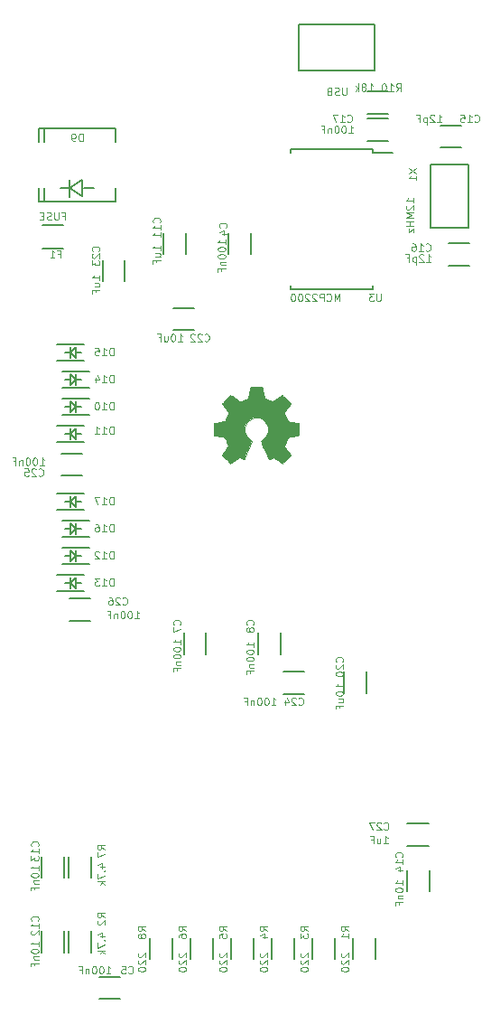
<source format=gbo>
G04 #@! TF.FileFunction,Legend,Bot*
%FSLAX46Y46*%
G04 Gerber Fmt 4.6, Leading zero omitted, Abs format (unit mm)*
G04 Created by KiCad (PCBNEW (2015-03-23 BZR 5533)-product) date Fri 08 May 2015 09:18:22 SAST*
%MOMM*%
G01*
G04 APERTURE LIST*
%ADD10C,0.100000*%
%ADD11C,0.150000*%
%ADD12C,0.002540*%
G04 APERTURE END LIST*
D10*
D11*
X136661000Y-61230000D02*
X136661000Y-63230000D01*
X134611000Y-63230000D02*
X134611000Y-61230000D01*
X124444000Y-132978000D02*
X122444000Y-132978000D01*
X122444000Y-130928000D02*
X124444000Y-130928000D01*
X132470000Y-98695000D02*
X132470000Y-100695000D01*
X130420000Y-100695000D02*
X130420000Y-98695000D01*
X139455000Y-98695000D02*
X139455000Y-100695000D01*
X137405000Y-100695000D02*
X137405000Y-98695000D01*
X128515000Y-63230000D02*
X128515000Y-61230000D01*
X130565000Y-61230000D02*
X130565000Y-63230000D01*
X119135000Y-126635000D02*
X119135000Y-128635000D01*
X117085000Y-128635000D02*
X117085000Y-126635000D01*
X117085000Y-121650000D02*
X117085000Y-119650000D01*
X119135000Y-119650000D02*
X119135000Y-121650000D01*
X151375000Y-122920000D02*
X151375000Y-120920000D01*
X153425000Y-120920000D02*
X153425000Y-122920000D01*
X154448000Y-51172000D02*
X156448000Y-51172000D01*
X156448000Y-53222000D02*
X154448000Y-53222000D01*
X157210000Y-64271000D02*
X155210000Y-64271000D01*
X155210000Y-62221000D02*
X157210000Y-62221000D01*
X147590000Y-50537000D02*
X149590000Y-50537000D01*
X149590000Y-52587000D02*
X147590000Y-52587000D01*
X147506800Y-102327200D02*
X147506800Y-104327200D01*
X145456800Y-104327200D02*
X145456800Y-102327200D01*
X131378200Y-70316200D02*
X129378200Y-70316200D01*
X129378200Y-68266200D02*
X131378200Y-68266200D01*
X122800000Y-65770000D02*
X122800000Y-63770000D01*
X124850000Y-63770000D02*
X124850000Y-65770000D01*
X148336000Y-45974000D02*
X141224000Y-45974000D01*
X141224000Y-45974000D02*
X141224000Y-41720000D01*
X141224000Y-41720000D02*
X148336000Y-41720000D01*
X148336000Y-41720000D02*
X148336000Y-45974000D01*
X119700040Y-57063640D02*
X118798340Y-57063640D01*
X120997980Y-57063640D02*
X121996200Y-57063640D01*
X117345460Y-58265060D02*
X117345460Y-57063640D01*
X117345460Y-51462940D02*
X117345460Y-52664360D01*
X116796820Y-58265060D02*
X116796820Y-57063640D01*
X116796820Y-51462940D02*
X116796820Y-52664360D01*
X123995180Y-58265060D02*
X123995180Y-57012840D01*
X123995180Y-51462940D02*
X123995180Y-52715160D01*
X119700040Y-56263540D02*
X119700040Y-57863740D01*
X120848120Y-57812940D02*
X120848120Y-56263540D01*
X119697500Y-57063640D02*
X120848120Y-57812940D01*
X119700040Y-57063640D02*
X120850660Y-56263540D01*
X123995180Y-58265060D02*
X116796820Y-58265060D01*
X123995180Y-51462940D02*
X116796820Y-51462940D01*
X119110000Y-60520000D02*
X117110000Y-60520000D01*
X117110000Y-62670000D02*
X119110000Y-62670000D01*
X146245000Y-127270000D02*
X146245000Y-129270000D01*
X148395000Y-129270000D02*
X148395000Y-127270000D01*
X119575000Y-126635000D02*
X119575000Y-128635000D01*
X121725000Y-128635000D02*
X121725000Y-126635000D01*
X142435000Y-127270000D02*
X142435000Y-129270000D01*
X144585000Y-129270000D02*
X144585000Y-127270000D01*
X138625000Y-127270000D02*
X138625000Y-129270000D01*
X140775000Y-129270000D02*
X140775000Y-127270000D01*
X134815000Y-127270000D02*
X134815000Y-129270000D01*
X136965000Y-129270000D02*
X136965000Y-127270000D01*
X131005000Y-127270000D02*
X131005000Y-129270000D01*
X133155000Y-129270000D02*
X133155000Y-127270000D01*
X121725000Y-121650000D02*
X121725000Y-119650000D01*
X119575000Y-119650000D02*
X119575000Y-121650000D01*
X127195000Y-127270000D02*
X127195000Y-129270000D01*
X129345000Y-129270000D02*
X129345000Y-127270000D01*
X147590000Y-50097000D02*
X149590000Y-50097000D01*
X149590000Y-47947000D02*
X147590000Y-47947000D01*
X148147000Y-53369000D02*
X148147000Y-53704000D01*
X140397000Y-53369000D02*
X140397000Y-53704000D01*
X140397000Y-66519000D02*
X140397000Y-66184000D01*
X148147000Y-66519000D02*
X148147000Y-66184000D01*
X148147000Y-53369000D02*
X140397000Y-53369000D01*
X148147000Y-66519000D02*
X140397000Y-66519000D01*
X148147000Y-53704000D02*
X149947000Y-53704000D01*
X157071000Y-60785000D02*
X157071000Y-54785000D01*
X157071000Y-54785000D02*
X153571000Y-54785000D01*
X153571000Y-54785000D02*
X153571000Y-60785000D01*
X153571000Y-60785000D02*
X157071000Y-60785000D01*
X139716000Y-102353000D02*
X141716000Y-102353000D01*
X141716000Y-104403000D02*
X139716000Y-104403000D01*
D12*
G36*
X139633960Y-82814160D02*
X139593320Y-82793840D01*
X139499340Y-82735420D01*
X139364720Y-82646520D01*
X139207240Y-82542380D01*
X139049760Y-82433160D01*
X138920220Y-82346800D01*
X138828780Y-82288380D01*
X138790680Y-82268060D01*
X138770360Y-82273140D01*
X138694160Y-82311240D01*
X138584940Y-82367120D01*
X138521440Y-82400140D01*
X138422380Y-82443320D01*
X138371580Y-82453480D01*
X138363960Y-82438240D01*
X138325860Y-82362040D01*
X138269980Y-82229960D01*
X138193780Y-82057240D01*
X138107420Y-81854040D01*
X138013440Y-81635600D01*
X137922000Y-81412080D01*
X137833100Y-81198720D01*
X137754360Y-81008220D01*
X137690860Y-80853280D01*
X137650220Y-80744060D01*
X137634980Y-80698340D01*
X137640060Y-80688180D01*
X137690860Y-80639920D01*
X137777220Y-80573880D01*
X137967720Y-80418940D01*
X138153140Y-80185260D01*
X138267440Y-79921100D01*
X138305540Y-79626460D01*
X138272520Y-79354680D01*
X138165840Y-79093060D01*
X137982960Y-78856840D01*
X137761980Y-78681580D01*
X137502900Y-78569820D01*
X137210800Y-78534260D01*
X136931400Y-78564740D01*
X136664700Y-78671420D01*
X136428480Y-78851760D01*
X136329420Y-78966060D01*
X136192260Y-79204820D01*
X136113520Y-79461360D01*
X136105900Y-79524860D01*
X136116060Y-79806800D01*
X136199880Y-80076040D01*
X136347200Y-80317340D01*
X136552940Y-80512920D01*
X136580880Y-80533240D01*
X136674860Y-80604360D01*
X136738360Y-80652620D01*
X136789160Y-80693260D01*
X136431020Y-81554320D01*
X136375140Y-81691480D01*
X136276080Y-81927700D01*
X136189720Y-82130900D01*
X136121140Y-82290920D01*
X136072880Y-82400140D01*
X136052560Y-82443320D01*
X136050020Y-82445860D01*
X136019540Y-82450940D01*
X135953500Y-82425540D01*
X135834120Y-82367120D01*
X135752840Y-82326480D01*
X135661400Y-82283300D01*
X135620760Y-82268060D01*
X135585200Y-82285840D01*
X135498840Y-82344260D01*
X135369300Y-82428080D01*
X135216900Y-82532220D01*
X135069580Y-82633820D01*
X134934960Y-82722720D01*
X134835900Y-82783680D01*
X134787640Y-82811620D01*
X134780020Y-82811620D01*
X134739380Y-82786220D01*
X134660640Y-82722720D01*
X134543800Y-82610960D01*
X134378700Y-82448400D01*
X134353300Y-82423000D01*
X134216140Y-82283300D01*
X134104380Y-82166460D01*
X134030720Y-82085180D01*
X134005320Y-82047080D01*
X134005320Y-82047080D01*
X134028180Y-81998820D01*
X134091680Y-81902300D01*
X134180580Y-81765140D01*
X134289800Y-81605120D01*
X134574280Y-81191100D01*
X134416800Y-80799940D01*
X134368540Y-80680560D01*
X134307580Y-80535780D01*
X134264400Y-80431640D01*
X134239000Y-80385920D01*
X134198360Y-80370680D01*
X134089140Y-80345280D01*
X133934200Y-80312260D01*
X133751320Y-80279240D01*
X133573520Y-80246220D01*
X133413500Y-80215740D01*
X133299200Y-80192880D01*
X133248400Y-80182720D01*
X133235700Y-80175100D01*
X133225540Y-80149700D01*
X133217920Y-80096360D01*
X133215380Y-79999840D01*
X133212840Y-79847440D01*
X133212840Y-79626460D01*
X133212840Y-79603600D01*
X133215380Y-79392780D01*
X133217920Y-79225140D01*
X133223000Y-79115920D01*
X133230620Y-79072740D01*
X133230620Y-79072740D01*
X133281420Y-79060040D01*
X133393180Y-79037180D01*
X133553200Y-79004160D01*
X133743700Y-78968600D01*
X133753860Y-78966060D01*
X133944360Y-78930500D01*
X134101840Y-78897480D01*
X134213600Y-78872080D01*
X134259320Y-78856840D01*
X134269480Y-78844140D01*
X134307580Y-78770480D01*
X134363460Y-78653640D01*
X134424420Y-78508860D01*
X134487920Y-78361540D01*
X134541260Y-78226920D01*
X134576820Y-78127860D01*
X134586980Y-78082140D01*
X134586980Y-78082140D01*
X134559040Y-78036420D01*
X134493000Y-77937360D01*
X134401560Y-77802740D01*
X134289800Y-77640180D01*
X134282180Y-77627480D01*
X134172960Y-77467460D01*
X134084060Y-77332840D01*
X134025640Y-77236320D01*
X134005320Y-77193140D01*
X134005320Y-77190600D01*
X134040880Y-77142340D01*
X134122160Y-77053440D01*
X134239000Y-76931520D01*
X134378700Y-76789280D01*
X134424420Y-76746100D01*
X134579360Y-76593700D01*
X134686040Y-76494640D01*
X134754620Y-76441300D01*
X134787640Y-76428600D01*
X134787640Y-76431140D01*
X134835900Y-76459080D01*
X134937500Y-76525120D01*
X135074660Y-76619100D01*
X135237220Y-76728320D01*
X135247380Y-76735940D01*
X135407400Y-76845160D01*
X135539480Y-76934060D01*
X135636000Y-76997560D01*
X135676640Y-77022960D01*
X135684260Y-77022960D01*
X135747760Y-77002640D01*
X135862060Y-76964540D01*
X136001760Y-76908660D01*
X136149080Y-76850240D01*
X136283700Y-76794360D01*
X136385300Y-76746100D01*
X136433560Y-76720700D01*
X136433560Y-76718160D01*
X136451340Y-76659740D01*
X136479280Y-76540360D01*
X136512300Y-76375260D01*
X136550400Y-76179680D01*
X136555480Y-76149200D01*
X136591040Y-75958700D01*
X136621520Y-75801220D01*
X136644380Y-75692000D01*
X136657080Y-75646280D01*
X136682480Y-75641200D01*
X136776460Y-75633580D01*
X136918700Y-75631040D01*
X137091420Y-75628500D01*
X137271760Y-75631040D01*
X137447020Y-75633580D01*
X137599420Y-75638660D01*
X137706100Y-75646280D01*
X137751820Y-75656440D01*
X137754360Y-75658980D01*
X137769600Y-75717400D01*
X137795000Y-75836780D01*
X137830560Y-76001880D01*
X137868660Y-76200000D01*
X137873740Y-76233020D01*
X137909300Y-76423520D01*
X137942320Y-76578460D01*
X137965180Y-76687680D01*
X137977880Y-76728320D01*
X137993120Y-76738480D01*
X138071860Y-76771500D01*
X138198860Y-76824840D01*
X138358880Y-76888340D01*
X138724640Y-77038200D01*
X139171680Y-76728320D01*
X139214860Y-76700380D01*
X139374880Y-76591160D01*
X139509500Y-76502260D01*
X139600940Y-76443840D01*
X139639040Y-76420980D01*
X139641580Y-76423520D01*
X139687300Y-76461620D01*
X139776200Y-76545440D01*
X139898120Y-76664820D01*
X140037820Y-76804520D01*
X140141960Y-76908660D01*
X140266420Y-77035660D01*
X140345160Y-77119480D01*
X140388340Y-77175360D01*
X140403580Y-77208380D01*
X140398500Y-77228700D01*
X140370560Y-77274420D01*
X140304520Y-77373480D01*
X140213080Y-77510640D01*
X140103860Y-77668120D01*
X140012420Y-77802740D01*
X139915900Y-77952600D01*
X139852400Y-78059280D01*
X139829540Y-78112620D01*
X139834620Y-78135480D01*
X139867640Y-78221840D01*
X139920980Y-78356460D01*
X139987020Y-78513940D01*
X140144500Y-78869540D01*
X140378180Y-78912720D01*
X140517880Y-78940660D01*
X140716000Y-78978760D01*
X140903960Y-79014320D01*
X141198600Y-79072740D01*
X141208760Y-80154780D01*
X141163040Y-80175100D01*
X141119860Y-80187800D01*
X141010640Y-80210660D01*
X140855700Y-80241140D01*
X140670280Y-80276700D01*
X140515340Y-80307180D01*
X140355320Y-80335120D01*
X140243560Y-80357980D01*
X140192760Y-80368140D01*
X140180060Y-80385920D01*
X140139420Y-80462120D01*
X140083540Y-80584040D01*
X140022580Y-80731360D01*
X139959080Y-80881220D01*
X139903200Y-81020920D01*
X139862560Y-81127600D01*
X139849860Y-81183480D01*
X139870180Y-81226660D01*
X139931140Y-81318100D01*
X140017500Y-81450180D01*
X140124180Y-81607660D01*
X140233400Y-81765140D01*
X140322300Y-81899760D01*
X140385800Y-81996280D01*
X140411200Y-82039460D01*
X140398500Y-82069940D01*
X140337540Y-82146140D01*
X140218160Y-82268060D01*
X140042900Y-82443320D01*
X140012420Y-82471260D01*
X139872720Y-82605880D01*
X139753340Y-82715100D01*
X139672060Y-82788760D01*
X139633960Y-82814160D01*
X139633960Y-82814160D01*
G37*
X139633960Y-82814160D02*
X139593320Y-82793840D01*
X139499340Y-82735420D01*
X139364720Y-82646520D01*
X139207240Y-82542380D01*
X139049760Y-82433160D01*
X138920220Y-82346800D01*
X138828780Y-82288380D01*
X138790680Y-82268060D01*
X138770360Y-82273140D01*
X138694160Y-82311240D01*
X138584940Y-82367120D01*
X138521440Y-82400140D01*
X138422380Y-82443320D01*
X138371580Y-82453480D01*
X138363960Y-82438240D01*
X138325860Y-82362040D01*
X138269980Y-82229960D01*
X138193780Y-82057240D01*
X138107420Y-81854040D01*
X138013440Y-81635600D01*
X137922000Y-81412080D01*
X137833100Y-81198720D01*
X137754360Y-81008220D01*
X137690860Y-80853280D01*
X137650220Y-80744060D01*
X137634980Y-80698340D01*
X137640060Y-80688180D01*
X137690860Y-80639920D01*
X137777220Y-80573880D01*
X137967720Y-80418940D01*
X138153140Y-80185260D01*
X138267440Y-79921100D01*
X138305540Y-79626460D01*
X138272520Y-79354680D01*
X138165840Y-79093060D01*
X137982960Y-78856840D01*
X137761980Y-78681580D01*
X137502900Y-78569820D01*
X137210800Y-78534260D01*
X136931400Y-78564740D01*
X136664700Y-78671420D01*
X136428480Y-78851760D01*
X136329420Y-78966060D01*
X136192260Y-79204820D01*
X136113520Y-79461360D01*
X136105900Y-79524860D01*
X136116060Y-79806800D01*
X136199880Y-80076040D01*
X136347200Y-80317340D01*
X136552940Y-80512920D01*
X136580880Y-80533240D01*
X136674860Y-80604360D01*
X136738360Y-80652620D01*
X136789160Y-80693260D01*
X136431020Y-81554320D01*
X136375140Y-81691480D01*
X136276080Y-81927700D01*
X136189720Y-82130900D01*
X136121140Y-82290920D01*
X136072880Y-82400140D01*
X136052560Y-82443320D01*
X136050020Y-82445860D01*
X136019540Y-82450940D01*
X135953500Y-82425540D01*
X135834120Y-82367120D01*
X135752840Y-82326480D01*
X135661400Y-82283300D01*
X135620760Y-82268060D01*
X135585200Y-82285840D01*
X135498840Y-82344260D01*
X135369300Y-82428080D01*
X135216900Y-82532220D01*
X135069580Y-82633820D01*
X134934960Y-82722720D01*
X134835900Y-82783680D01*
X134787640Y-82811620D01*
X134780020Y-82811620D01*
X134739380Y-82786220D01*
X134660640Y-82722720D01*
X134543800Y-82610960D01*
X134378700Y-82448400D01*
X134353300Y-82423000D01*
X134216140Y-82283300D01*
X134104380Y-82166460D01*
X134030720Y-82085180D01*
X134005320Y-82047080D01*
X134005320Y-82047080D01*
X134028180Y-81998820D01*
X134091680Y-81902300D01*
X134180580Y-81765140D01*
X134289800Y-81605120D01*
X134574280Y-81191100D01*
X134416800Y-80799940D01*
X134368540Y-80680560D01*
X134307580Y-80535780D01*
X134264400Y-80431640D01*
X134239000Y-80385920D01*
X134198360Y-80370680D01*
X134089140Y-80345280D01*
X133934200Y-80312260D01*
X133751320Y-80279240D01*
X133573520Y-80246220D01*
X133413500Y-80215740D01*
X133299200Y-80192880D01*
X133248400Y-80182720D01*
X133235700Y-80175100D01*
X133225540Y-80149700D01*
X133217920Y-80096360D01*
X133215380Y-79999840D01*
X133212840Y-79847440D01*
X133212840Y-79626460D01*
X133212840Y-79603600D01*
X133215380Y-79392780D01*
X133217920Y-79225140D01*
X133223000Y-79115920D01*
X133230620Y-79072740D01*
X133230620Y-79072740D01*
X133281420Y-79060040D01*
X133393180Y-79037180D01*
X133553200Y-79004160D01*
X133743700Y-78968600D01*
X133753860Y-78966060D01*
X133944360Y-78930500D01*
X134101840Y-78897480D01*
X134213600Y-78872080D01*
X134259320Y-78856840D01*
X134269480Y-78844140D01*
X134307580Y-78770480D01*
X134363460Y-78653640D01*
X134424420Y-78508860D01*
X134487920Y-78361540D01*
X134541260Y-78226920D01*
X134576820Y-78127860D01*
X134586980Y-78082140D01*
X134586980Y-78082140D01*
X134559040Y-78036420D01*
X134493000Y-77937360D01*
X134401560Y-77802740D01*
X134289800Y-77640180D01*
X134282180Y-77627480D01*
X134172960Y-77467460D01*
X134084060Y-77332840D01*
X134025640Y-77236320D01*
X134005320Y-77193140D01*
X134005320Y-77190600D01*
X134040880Y-77142340D01*
X134122160Y-77053440D01*
X134239000Y-76931520D01*
X134378700Y-76789280D01*
X134424420Y-76746100D01*
X134579360Y-76593700D01*
X134686040Y-76494640D01*
X134754620Y-76441300D01*
X134787640Y-76428600D01*
X134787640Y-76431140D01*
X134835900Y-76459080D01*
X134937500Y-76525120D01*
X135074660Y-76619100D01*
X135237220Y-76728320D01*
X135247380Y-76735940D01*
X135407400Y-76845160D01*
X135539480Y-76934060D01*
X135636000Y-76997560D01*
X135676640Y-77022960D01*
X135684260Y-77022960D01*
X135747760Y-77002640D01*
X135862060Y-76964540D01*
X136001760Y-76908660D01*
X136149080Y-76850240D01*
X136283700Y-76794360D01*
X136385300Y-76746100D01*
X136433560Y-76720700D01*
X136433560Y-76718160D01*
X136451340Y-76659740D01*
X136479280Y-76540360D01*
X136512300Y-76375260D01*
X136550400Y-76179680D01*
X136555480Y-76149200D01*
X136591040Y-75958700D01*
X136621520Y-75801220D01*
X136644380Y-75692000D01*
X136657080Y-75646280D01*
X136682480Y-75641200D01*
X136776460Y-75633580D01*
X136918700Y-75631040D01*
X137091420Y-75628500D01*
X137271760Y-75631040D01*
X137447020Y-75633580D01*
X137599420Y-75638660D01*
X137706100Y-75646280D01*
X137751820Y-75656440D01*
X137754360Y-75658980D01*
X137769600Y-75717400D01*
X137795000Y-75836780D01*
X137830560Y-76001880D01*
X137868660Y-76200000D01*
X137873740Y-76233020D01*
X137909300Y-76423520D01*
X137942320Y-76578460D01*
X137965180Y-76687680D01*
X137977880Y-76728320D01*
X137993120Y-76738480D01*
X138071860Y-76771500D01*
X138198860Y-76824840D01*
X138358880Y-76888340D01*
X138724640Y-77038200D01*
X139171680Y-76728320D01*
X139214860Y-76700380D01*
X139374880Y-76591160D01*
X139509500Y-76502260D01*
X139600940Y-76443840D01*
X139639040Y-76420980D01*
X139641580Y-76423520D01*
X139687300Y-76461620D01*
X139776200Y-76545440D01*
X139898120Y-76664820D01*
X140037820Y-76804520D01*
X140141960Y-76908660D01*
X140266420Y-77035660D01*
X140345160Y-77119480D01*
X140388340Y-77175360D01*
X140403580Y-77208380D01*
X140398500Y-77228700D01*
X140370560Y-77274420D01*
X140304520Y-77373480D01*
X140213080Y-77510640D01*
X140103860Y-77668120D01*
X140012420Y-77802740D01*
X139915900Y-77952600D01*
X139852400Y-78059280D01*
X139829540Y-78112620D01*
X139834620Y-78135480D01*
X139867640Y-78221840D01*
X139920980Y-78356460D01*
X139987020Y-78513940D01*
X140144500Y-78869540D01*
X140378180Y-78912720D01*
X140517880Y-78940660D01*
X140716000Y-78978760D01*
X140903960Y-79014320D01*
X141198600Y-79072740D01*
X141208760Y-80154780D01*
X141163040Y-80175100D01*
X141119860Y-80187800D01*
X141010640Y-80210660D01*
X140855700Y-80241140D01*
X140670280Y-80276700D01*
X140515340Y-80307180D01*
X140355320Y-80335120D01*
X140243560Y-80357980D01*
X140192760Y-80368140D01*
X140180060Y-80385920D01*
X140139420Y-80462120D01*
X140083540Y-80584040D01*
X140022580Y-80731360D01*
X139959080Y-80881220D01*
X139903200Y-81020920D01*
X139862560Y-81127600D01*
X139849860Y-81183480D01*
X139870180Y-81226660D01*
X139931140Y-81318100D01*
X140017500Y-81450180D01*
X140124180Y-81607660D01*
X140233400Y-81765140D01*
X140322300Y-81899760D01*
X140385800Y-81996280D01*
X140411200Y-82039460D01*
X140398500Y-82069940D01*
X140337540Y-82146140D01*
X140218160Y-82268060D01*
X140042900Y-82443320D01*
X140012420Y-82471260D01*
X139872720Y-82605880D01*
X139753340Y-82715100D01*
X139672060Y-82788760D01*
X139633960Y-82814160D01*
D11*
X118888000Y-81906000D02*
X120888000Y-81906000D01*
X120888000Y-83956000D02*
X118888000Y-83956000D01*
X121650000Y-97545000D02*
X119650000Y-97545000D01*
X119650000Y-95495000D02*
X121650000Y-95495000D01*
X120777000Y-77470000D02*
X120269000Y-77470000D01*
X120269000Y-77978000D02*
X120269000Y-76962000D01*
X119253000Y-77470000D02*
X119761000Y-77470000D01*
X120015000Y-77724000D02*
X119761000Y-77978000D01*
X119761000Y-77978000D02*
X119761000Y-76962000D01*
X119761000Y-76962000D02*
X120269000Y-77470000D01*
X120015000Y-77216000D02*
X120269000Y-77470000D01*
X120269000Y-77470000D02*
X120015000Y-77724000D01*
X118999000Y-76708000D02*
X121539000Y-76708000D01*
X118999000Y-78232000D02*
X121539000Y-78232000D01*
X119253000Y-80010000D02*
X119761000Y-80010000D01*
X119761000Y-79502000D02*
X119761000Y-80518000D01*
X120777000Y-80010000D02*
X120269000Y-80010000D01*
X120015000Y-79756000D02*
X120269000Y-79502000D01*
X120269000Y-79502000D02*
X120269000Y-80518000D01*
X120269000Y-80518000D02*
X119761000Y-80010000D01*
X120015000Y-80264000D02*
X119761000Y-80010000D01*
X119761000Y-80010000D02*
X120015000Y-79756000D01*
X121031000Y-80772000D02*
X118491000Y-80772000D01*
X121031000Y-79248000D02*
X118491000Y-79248000D01*
X120777000Y-91440000D02*
X120269000Y-91440000D01*
X120269000Y-91948000D02*
X120269000Y-90932000D01*
X119253000Y-91440000D02*
X119761000Y-91440000D01*
X120015000Y-91694000D02*
X119761000Y-91948000D01*
X119761000Y-91948000D02*
X119761000Y-90932000D01*
X119761000Y-90932000D02*
X120269000Y-91440000D01*
X120015000Y-91186000D02*
X120269000Y-91440000D01*
X120269000Y-91440000D02*
X120015000Y-91694000D01*
X118999000Y-90678000D02*
X121539000Y-90678000D01*
X118999000Y-92202000D02*
X121539000Y-92202000D01*
X119253000Y-93980000D02*
X119761000Y-93980000D01*
X119761000Y-93472000D02*
X119761000Y-94488000D01*
X120777000Y-93980000D02*
X120269000Y-93980000D01*
X120015000Y-93726000D02*
X120269000Y-93472000D01*
X120269000Y-93472000D02*
X120269000Y-94488000D01*
X120269000Y-94488000D02*
X119761000Y-93980000D01*
X120015000Y-94234000D02*
X119761000Y-93980000D01*
X119761000Y-93980000D02*
X120015000Y-93726000D01*
X121031000Y-94742000D02*
X118491000Y-94742000D01*
X121031000Y-93218000D02*
X118491000Y-93218000D01*
X120777000Y-74930000D02*
X120269000Y-74930000D01*
X120269000Y-75438000D02*
X120269000Y-74422000D01*
X119253000Y-74930000D02*
X119761000Y-74930000D01*
X120015000Y-75184000D02*
X119761000Y-75438000D01*
X119761000Y-75438000D02*
X119761000Y-74422000D01*
X119761000Y-74422000D02*
X120269000Y-74930000D01*
X120015000Y-74676000D02*
X120269000Y-74930000D01*
X120269000Y-74930000D02*
X120015000Y-75184000D01*
X118999000Y-74168000D02*
X121539000Y-74168000D01*
X118999000Y-75692000D02*
X121539000Y-75692000D01*
X119253000Y-72390000D02*
X119761000Y-72390000D01*
X119761000Y-71882000D02*
X119761000Y-72898000D01*
X120777000Y-72390000D02*
X120269000Y-72390000D01*
X120015000Y-72136000D02*
X120269000Y-71882000D01*
X120269000Y-71882000D02*
X120269000Y-72898000D01*
X120269000Y-72898000D02*
X119761000Y-72390000D01*
X120015000Y-72644000D02*
X119761000Y-72390000D01*
X119761000Y-72390000D02*
X120015000Y-72136000D01*
X121031000Y-73152000D02*
X118491000Y-73152000D01*
X121031000Y-71628000D02*
X118491000Y-71628000D01*
X120777000Y-88900000D02*
X120269000Y-88900000D01*
X120269000Y-89408000D02*
X120269000Y-88392000D01*
X119253000Y-88900000D02*
X119761000Y-88900000D01*
X120015000Y-89154000D02*
X119761000Y-89408000D01*
X119761000Y-89408000D02*
X119761000Y-88392000D01*
X119761000Y-88392000D02*
X120269000Y-88900000D01*
X120015000Y-88646000D02*
X120269000Y-88900000D01*
X120269000Y-88900000D02*
X120015000Y-89154000D01*
X118999000Y-88138000D02*
X121539000Y-88138000D01*
X118999000Y-89662000D02*
X121539000Y-89662000D01*
X119253000Y-86360000D02*
X119761000Y-86360000D01*
X119761000Y-85852000D02*
X119761000Y-86868000D01*
X120777000Y-86360000D02*
X120269000Y-86360000D01*
X120015000Y-86106000D02*
X120269000Y-85852000D01*
X120269000Y-85852000D02*
X120269000Y-86868000D01*
X120269000Y-86868000D02*
X119761000Y-86360000D01*
X120015000Y-86614000D02*
X119761000Y-86360000D01*
X119761000Y-86360000D02*
X120015000Y-86106000D01*
X121031000Y-87122000D02*
X118491000Y-87122000D01*
X121031000Y-85598000D02*
X118491000Y-85598000D01*
X151349200Y-116577000D02*
X153349200Y-116577000D01*
X153349200Y-118627000D02*
X151349200Y-118627000D01*
D10*
X134362000Y-60716334D02*
X134395333Y-60683000D01*
X134428667Y-60583000D01*
X134428667Y-60516334D01*
X134395333Y-60416334D01*
X134328667Y-60349667D01*
X134262000Y-60316334D01*
X134128667Y-60283000D01*
X134028667Y-60283000D01*
X133895333Y-60316334D01*
X133828667Y-60349667D01*
X133762000Y-60416334D01*
X133728667Y-60516334D01*
X133728667Y-60583000D01*
X133762000Y-60683000D01*
X133795333Y-60716334D01*
X133962000Y-61316334D02*
X134428667Y-61316334D01*
X133695333Y-61149667D02*
X134195333Y-60983000D01*
X134195333Y-61416334D01*
X128205667Y-62829333D02*
X128205667Y-62429333D01*
X128205667Y-62629333D02*
X127505667Y-62629333D01*
X127605667Y-62562667D01*
X127672333Y-62496000D01*
X127705667Y-62429333D01*
X127739000Y-63429334D02*
X128205667Y-63429334D01*
X127739000Y-63129334D02*
X128105667Y-63129334D01*
X128172333Y-63162667D01*
X128205667Y-63229334D01*
X128205667Y-63329334D01*
X128172333Y-63396000D01*
X128139000Y-63429334D01*
X127839000Y-63996000D02*
X127839000Y-63762667D01*
X128205667Y-63762667D02*
X127505667Y-63762667D01*
X127505667Y-64096000D01*
X125211666Y-130552000D02*
X125245000Y-130585333D01*
X125345000Y-130618667D01*
X125411666Y-130618667D01*
X125511666Y-130585333D01*
X125578333Y-130518667D01*
X125611666Y-130452000D01*
X125645000Y-130318667D01*
X125645000Y-130218667D01*
X125611666Y-130085333D01*
X125578333Y-130018667D01*
X125511666Y-129952000D01*
X125411666Y-129918667D01*
X125345000Y-129918667D01*
X125245000Y-129952000D01*
X125211666Y-129985333D01*
X124578333Y-129918667D02*
X124911666Y-129918667D01*
X124945000Y-130252000D01*
X124911666Y-130218667D01*
X124845000Y-130185333D01*
X124678333Y-130185333D01*
X124611666Y-130218667D01*
X124578333Y-130252000D01*
X124545000Y-130318667D01*
X124545000Y-130485333D01*
X124578333Y-130552000D01*
X124611666Y-130585333D01*
X124678333Y-130618667D01*
X124845000Y-130618667D01*
X124911666Y-130585333D01*
X124945000Y-130552000D01*
X123130334Y-130618667D02*
X123530334Y-130618667D01*
X123330334Y-130618667D02*
X123330334Y-129918667D01*
X123397000Y-130018667D01*
X123463667Y-130085333D01*
X123530334Y-130118667D01*
X122697000Y-129918667D02*
X122630333Y-129918667D01*
X122563667Y-129952000D01*
X122530333Y-129985333D01*
X122497000Y-130052000D01*
X122463667Y-130185333D01*
X122463667Y-130352000D01*
X122497000Y-130485333D01*
X122530333Y-130552000D01*
X122563667Y-130585333D01*
X122630333Y-130618667D01*
X122697000Y-130618667D01*
X122763667Y-130585333D01*
X122797000Y-130552000D01*
X122830333Y-130485333D01*
X122863667Y-130352000D01*
X122863667Y-130185333D01*
X122830333Y-130052000D01*
X122797000Y-129985333D01*
X122763667Y-129952000D01*
X122697000Y-129918667D01*
X122030333Y-129918667D02*
X121963666Y-129918667D01*
X121897000Y-129952000D01*
X121863666Y-129985333D01*
X121830333Y-130052000D01*
X121797000Y-130185333D01*
X121797000Y-130352000D01*
X121830333Y-130485333D01*
X121863666Y-130552000D01*
X121897000Y-130585333D01*
X121963666Y-130618667D01*
X122030333Y-130618667D01*
X122097000Y-130585333D01*
X122130333Y-130552000D01*
X122163666Y-130485333D01*
X122197000Y-130352000D01*
X122197000Y-130185333D01*
X122163666Y-130052000D01*
X122130333Y-129985333D01*
X122097000Y-129952000D01*
X122030333Y-129918667D01*
X121496999Y-130152000D02*
X121496999Y-130618667D01*
X121496999Y-130218667D02*
X121463666Y-130185333D01*
X121396999Y-130152000D01*
X121296999Y-130152000D01*
X121230333Y-130185333D01*
X121196999Y-130252000D01*
X121196999Y-130618667D01*
X120630333Y-130252000D02*
X120863666Y-130252000D01*
X120863666Y-130618667D02*
X120863666Y-129918667D01*
X120530333Y-129918667D01*
X130044000Y-97927334D02*
X130077333Y-97894000D01*
X130110667Y-97794000D01*
X130110667Y-97727334D01*
X130077333Y-97627334D01*
X130010667Y-97560667D01*
X129944000Y-97527334D01*
X129810667Y-97494000D01*
X129710667Y-97494000D01*
X129577333Y-97527334D01*
X129510667Y-97560667D01*
X129444000Y-97627334D01*
X129410667Y-97727334D01*
X129410667Y-97794000D01*
X129444000Y-97894000D01*
X129477333Y-97927334D01*
X129410667Y-98160667D02*
X129410667Y-98627334D01*
X130110667Y-98327334D01*
X130110667Y-99754666D02*
X130110667Y-99354666D01*
X130110667Y-99554666D02*
X129410667Y-99554666D01*
X129510667Y-99488000D01*
X129577333Y-99421333D01*
X129610667Y-99354666D01*
X129410667Y-100188000D02*
X129410667Y-100254667D01*
X129444000Y-100321333D01*
X129477333Y-100354667D01*
X129544000Y-100388000D01*
X129677333Y-100421333D01*
X129844000Y-100421333D01*
X129977333Y-100388000D01*
X130044000Y-100354667D01*
X130077333Y-100321333D01*
X130110667Y-100254667D01*
X130110667Y-100188000D01*
X130077333Y-100121333D01*
X130044000Y-100088000D01*
X129977333Y-100054667D01*
X129844000Y-100021333D01*
X129677333Y-100021333D01*
X129544000Y-100054667D01*
X129477333Y-100088000D01*
X129444000Y-100121333D01*
X129410667Y-100188000D01*
X129410667Y-100854667D02*
X129410667Y-100921334D01*
X129444000Y-100988000D01*
X129477333Y-101021334D01*
X129544000Y-101054667D01*
X129677333Y-101088000D01*
X129844000Y-101088000D01*
X129977333Y-101054667D01*
X130044000Y-101021334D01*
X130077333Y-100988000D01*
X130110667Y-100921334D01*
X130110667Y-100854667D01*
X130077333Y-100788000D01*
X130044000Y-100754667D01*
X129977333Y-100721334D01*
X129844000Y-100688000D01*
X129677333Y-100688000D01*
X129544000Y-100721334D01*
X129477333Y-100754667D01*
X129444000Y-100788000D01*
X129410667Y-100854667D01*
X129644000Y-101388001D02*
X130110667Y-101388001D01*
X129710667Y-101388001D02*
X129677333Y-101421334D01*
X129644000Y-101488001D01*
X129644000Y-101588001D01*
X129677333Y-101654667D01*
X129744000Y-101688001D01*
X130110667Y-101688001D01*
X129744000Y-102254667D02*
X129744000Y-102021334D01*
X130110667Y-102021334D02*
X129410667Y-102021334D01*
X129410667Y-102354667D01*
X136902000Y-97927334D02*
X136935333Y-97894000D01*
X136968667Y-97794000D01*
X136968667Y-97727334D01*
X136935333Y-97627334D01*
X136868667Y-97560667D01*
X136802000Y-97527334D01*
X136668667Y-97494000D01*
X136568667Y-97494000D01*
X136435333Y-97527334D01*
X136368667Y-97560667D01*
X136302000Y-97627334D01*
X136268667Y-97727334D01*
X136268667Y-97794000D01*
X136302000Y-97894000D01*
X136335333Y-97927334D01*
X136568667Y-98327334D02*
X136535333Y-98260667D01*
X136502000Y-98227334D01*
X136435333Y-98194000D01*
X136402000Y-98194000D01*
X136335333Y-98227334D01*
X136302000Y-98260667D01*
X136268667Y-98327334D01*
X136268667Y-98460667D01*
X136302000Y-98527334D01*
X136335333Y-98560667D01*
X136402000Y-98594000D01*
X136435333Y-98594000D01*
X136502000Y-98560667D01*
X136535333Y-98527334D01*
X136568667Y-98460667D01*
X136568667Y-98327334D01*
X136602000Y-98260667D01*
X136635333Y-98227334D01*
X136702000Y-98194000D01*
X136835333Y-98194000D01*
X136902000Y-98227334D01*
X136935333Y-98260667D01*
X136968667Y-98327334D01*
X136968667Y-98460667D01*
X136935333Y-98527334D01*
X136902000Y-98560667D01*
X136835333Y-98594000D01*
X136702000Y-98594000D01*
X136635333Y-98560667D01*
X136602000Y-98527334D01*
X136568667Y-98460667D01*
X136968667Y-100008666D02*
X136968667Y-99608666D01*
X136968667Y-99808666D02*
X136268667Y-99808666D01*
X136368667Y-99742000D01*
X136435333Y-99675333D01*
X136468667Y-99608666D01*
X136268667Y-100442000D02*
X136268667Y-100508667D01*
X136302000Y-100575333D01*
X136335333Y-100608667D01*
X136402000Y-100642000D01*
X136535333Y-100675333D01*
X136702000Y-100675333D01*
X136835333Y-100642000D01*
X136902000Y-100608667D01*
X136935333Y-100575333D01*
X136968667Y-100508667D01*
X136968667Y-100442000D01*
X136935333Y-100375333D01*
X136902000Y-100342000D01*
X136835333Y-100308667D01*
X136702000Y-100275333D01*
X136535333Y-100275333D01*
X136402000Y-100308667D01*
X136335333Y-100342000D01*
X136302000Y-100375333D01*
X136268667Y-100442000D01*
X136268667Y-101108667D02*
X136268667Y-101175334D01*
X136302000Y-101242000D01*
X136335333Y-101275334D01*
X136402000Y-101308667D01*
X136535333Y-101342000D01*
X136702000Y-101342000D01*
X136835333Y-101308667D01*
X136902000Y-101275334D01*
X136935333Y-101242000D01*
X136968667Y-101175334D01*
X136968667Y-101108667D01*
X136935333Y-101042000D01*
X136902000Y-101008667D01*
X136835333Y-100975334D01*
X136702000Y-100942000D01*
X136535333Y-100942000D01*
X136402000Y-100975334D01*
X136335333Y-101008667D01*
X136302000Y-101042000D01*
X136268667Y-101108667D01*
X136502000Y-101642001D02*
X136968667Y-101642001D01*
X136568667Y-101642001D02*
X136535333Y-101675334D01*
X136502000Y-101742001D01*
X136502000Y-101842001D01*
X136535333Y-101908667D01*
X136602000Y-101942001D01*
X136968667Y-101942001D01*
X136602000Y-102508667D02*
X136602000Y-102275334D01*
X136968667Y-102275334D02*
X136268667Y-102275334D01*
X136268667Y-102608667D01*
X128139000Y-60256000D02*
X128172333Y-60222666D01*
X128205667Y-60122666D01*
X128205667Y-60056000D01*
X128172333Y-59956000D01*
X128105667Y-59889333D01*
X128039000Y-59856000D01*
X127905667Y-59822666D01*
X127805667Y-59822666D01*
X127672333Y-59856000D01*
X127605667Y-59889333D01*
X127539000Y-59956000D01*
X127505667Y-60056000D01*
X127505667Y-60122666D01*
X127539000Y-60222666D01*
X127572333Y-60256000D01*
X128205667Y-60922666D02*
X128205667Y-60522666D01*
X128205667Y-60722666D02*
X127505667Y-60722666D01*
X127605667Y-60656000D01*
X127672333Y-60589333D01*
X127705667Y-60522666D01*
X128205667Y-61589333D02*
X128205667Y-61189333D01*
X128205667Y-61389333D02*
X127505667Y-61389333D01*
X127605667Y-61322667D01*
X127672333Y-61256000D01*
X127705667Y-61189333D01*
X134301667Y-62289666D02*
X134301667Y-61889666D01*
X134301667Y-62089666D02*
X133601667Y-62089666D01*
X133701667Y-62023000D01*
X133768333Y-61956333D01*
X133801667Y-61889666D01*
X133601667Y-62723000D02*
X133601667Y-62789667D01*
X133635000Y-62856333D01*
X133668333Y-62889667D01*
X133735000Y-62923000D01*
X133868333Y-62956333D01*
X134035000Y-62956333D01*
X134168333Y-62923000D01*
X134235000Y-62889667D01*
X134268333Y-62856333D01*
X134301667Y-62789667D01*
X134301667Y-62723000D01*
X134268333Y-62656333D01*
X134235000Y-62623000D01*
X134168333Y-62589667D01*
X134035000Y-62556333D01*
X133868333Y-62556333D01*
X133735000Y-62589667D01*
X133668333Y-62623000D01*
X133635000Y-62656333D01*
X133601667Y-62723000D01*
X133601667Y-63389667D02*
X133601667Y-63456334D01*
X133635000Y-63523000D01*
X133668333Y-63556334D01*
X133735000Y-63589667D01*
X133868333Y-63623000D01*
X134035000Y-63623000D01*
X134168333Y-63589667D01*
X134235000Y-63556334D01*
X134268333Y-63523000D01*
X134301667Y-63456334D01*
X134301667Y-63389667D01*
X134268333Y-63323000D01*
X134235000Y-63289667D01*
X134168333Y-63256334D01*
X134035000Y-63223000D01*
X133868333Y-63223000D01*
X133735000Y-63256334D01*
X133668333Y-63289667D01*
X133635000Y-63323000D01*
X133601667Y-63389667D01*
X133835000Y-63923001D02*
X134301667Y-63923001D01*
X133901667Y-63923001D02*
X133868333Y-63956334D01*
X133835000Y-64023001D01*
X133835000Y-64123001D01*
X133868333Y-64189667D01*
X133935000Y-64223001D01*
X134301667Y-64223001D01*
X133935000Y-64789667D02*
X133935000Y-64556334D01*
X134301667Y-64556334D02*
X133601667Y-64556334D01*
X133601667Y-64889667D01*
X116709000Y-125661000D02*
X116742333Y-125627666D01*
X116775667Y-125527666D01*
X116775667Y-125461000D01*
X116742333Y-125361000D01*
X116675667Y-125294333D01*
X116609000Y-125261000D01*
X116475667Y-125227666D01*
X116375667Y-125227666D01*
X116242333Y-125261000D01*
X116175667Y-125294333D01*
X116109000Y-125361000D01*
X116075667Y-125461000D01*
X116075667Y-125527666D01*
X116109000Y-125627666D01*
X116142333Y-125661000D01*
X116775667Y-126327666D02*
X116775667Y-125927666D01*
X116775667Y-126127666D02*
X116075667Y-126127666D01*
X116175667Y-126061000D01*
X116242333Y-125994333D01*
X116275667Y-125927666D01*
X116142333Y-126594333D02*
X116109000Y-126627667D01*
X116075667Y-126694333D01*
X116075667Y-126861000D01*
X116109000Y-126927667D01*
X116142333Y-126961000D01*
X116209000Y-126994333D01*
X116275667Y-126994333D01*
X116375667Y-126961000D01*
X116775667Y-126561000D01*
X116775667Y-126994333D01*
X116775667Y-128028000D02*
X116775667Y-127628000D01*
X116775667Y-127828000D02*
X116075667Y-127828000D01*
X116175667Y-127761334D01*
X116242333Y-127694667D01*
X116275667Y-127628000D01*
X116075667Y-128461334D02*
X116075667Y-128528001D01*
X116109000Y-128594667D01*
X116142333Y-128628001D01*
X116209000Y-128661334D01*
X116342333Y-128694667D01*
X116509000Y-128694667D01*
X116642333Y-128661334D01*
X116709000Y-128628001D01*
X116742333Y-128594667D01*
X116775667Y-128528001D01*
X116775667Y-128461334D01*
X116742333Y-128394667D01*
X116709000Y-128361334D01*
X116642333Y-128328001D01*
X116509000Y-128294667D01*
X116342333Y-128294667D01*
X116209000Y-128328001D01*
X116142333Y-128361334D01*
X116109000Y-128394667D01*
X116075667Y-128461334D01*
X116309000Y-128994668D02*
X116775667Y-128994668D01*
X116375667Y-128994668D02*
X116342333Y-129028001D01*
X116309000Y-129094668D01*
X116309000Y-129194668D01*
X116342333Y-129261334D01*
X116409000Y-129294668D01*
X116775667Y-129294668D01*
X116409000Y-129861334D02*
X116409000Y-129628001D01*
X116775667Y-129628001D02*
X116075667Y-129628001D01*
X116075667Y-129961334D01*
X116709000Y-118676000D02*
X116742333Y-118642666D01*
X116775667Y-118542666D01*
X116775667Y-118476000D01*
X116742333Y-118376000D01*
X116675667Y-118309333D01*
X116609000Y-118276000D01*
X116475667Y-118242666D01*
X116375667Y-118242666D01*
X116242333Y-118276000D01*
X116175667Y-118309333D01*
X116109000Y-118376000D01*
X116075667Y-118476000D01*
X116075667Y-118542666D01*
X116109000Y-118642666D01*
X116142333Y-118676000D01*
X116775667Y-119342666D02*
X116775667Y-118942666D01*
X116775667Y-119142666D02*
X116075667Y-119142666D01*
X116175667Y-119076000D01*
X116242333Y-119009333D01*
X116275667Y-118942666D01*
X116075667Y-119576000D02*
X116075667Y-120009333D01*
X116342333Y-119776000D01*
X116342333Y-119876000D01*
X116375667Y-119942667D01*
X116409000Y-119976000D01*
X116475667Y-120009333D01*
X116642333Y-120009333D01*
X116709000Y-119976000D01*
X116742333Y-119942667D01*
X116775667Y-119876000D01*
X116775667Y-119676000D01*
X116742333Y-119609333D01*
X116709000Y-119576000D01*
X116775667Y-120916000D02*
X116775667Y-120516000D01*
X116775667Y-120716000D02*
X116075667Y-120716000D01*
X116175667Y-120649334D01*
X116242333Y-120582667D01*
X116275667Y-120516000D01*
X116075667Y-121349334D02*
X116075667Y-121416001D01*
X116109000Y-121482667D01*
X116142333Y-121516001D01*
X116209000Y-121549334D01*
X116342333Y-121582667D01*
X116509000Y-121582667D01*
X116642333Y-121549334D01*
X116709000Y-121516001D01*
X116742333Y-121482667D01*
X116775667Y-121416001D01*
X116775667Y-121349334D01*
X116742333Y-121282667D01*
X116709000Y-121249334D01*
X116642333Y-121216001D01*
X116509000Y-121182667D01*
X116342333Y-121182667D01*
X116209000Y-121216001D01*
X116142333Y-121249334D01*
X116109000Y-121282667D01*
X116075667Y-121349334D01*
X116309000Y-121882668D02*
X116775667Y-121882668D01*
X116375667Y-121882668D02*
X116342333Y-121916001D01*
X116309000Y-121982668D01*
X116309000Y-122082668D01*
X116342333Y-122149334D01*
X116409000Y-122182668D01*
X116775667Y-122182668D01*
X116409000Y-122749334D02*
X116409000Y-122516001D01*
X116775667Y-122516001D02*
X116075667Y-122516001D01*
X116075667Y-122849334D01*
X150872000Y-119692000D02*
X150905333Y-119658666D01*
X150938667Y-119558666D01*
X150938667Y-119492000D01*
X150905333Y-119392000D01*
X150838667Y-119325333D01*
X150772000Y-119292000D01*
X150638667Y-119258666D01*
X150538667Y-119258666D01*
X150405333Y-119292000D01*
X150338667Y-119325333D01*
X150272000Y-119392000D01*
X150238667Y-119492000D01*
X150238667Y-119558666D01*
X150272000Y-119658666D01*
X150305333Y-119692000D01*
X150938667Y-120358666D02*
X150938667Y-119958666D01*
X150938667Y-120158666D02*
X150238667Y-120158666D01*
X150338667Y-120092000D01*
X150405333Y-120025333D01*
X150438667Y-119958666D01*
X150472000Y-120958667D02*
X150938667Y-120958667D01*
X150205333Y-120792000D02*
X150705333Y-120625333D01*
X150705333Y-121058667D01*
X150938667Y-122313000D02*
X150938667Y-121913000D01*
X150938667Y-122113000D02*
X150238667Y-122113000D01*
X150338667Y-122046334D01*
X150405333Y-121979667D01*
X150438667Y-121913000D01*
X150238667Y-122746334D02*
X150238667Y-122813001D01*
X150272000Y-122879667D01*
X150305333Y-122913001D01*
X150372000Y-122946334D01*
X150505333Y-122979667D01*
X150672000Y-122979667D01*
X150805333Y-122946334D01*
X150872000Y-122913001D01*
X150905333Y-122879667D01*
X150938667Y-122813001D01*
X150938667Y-122746334D01*
X150905333Y-122679667D01*
X150872000Y-122646334D01*
X150805333Y-122613001D01*
X150672000Y-122579667D01*
X150505333Y-122579667D01*
X150372000Y-122613001D01*
X150305333Y-122646334D01*
X150272000Y-122679667D01*
X150238667Y-122746334D01*
X150472000Y-123279668D02*
X150938667Y-123279668D01*
X150538667Y-123279668D02*
X150505333Y-123313001D01*
X150472000Y-123379668D01*
X150472000Y-123479668D01*
X150505333Y-123546334D01*
X150572000Y-123579668D01*
X150938667Y-123579668D01*
X150572000Y-124146334D02*
X150572000Y-123913001D01*
X150938667Y-123913001D02*
X150238667Y-123913001D01*
X150238667Y-124246334D01*
X157676000Y-50796000D02*
X157709334Y-50829333D01*
X157809334Y-50862667D01*
X157876000Y-50862667D01*
X157976000Y-50829333D01*
X158042667Y-50762667D01*
X158076000Y-50696000D01*
X158109334Y-50562667D01*
X158109334Y-50462667D01*
X158076000Y-50329333D01*
X158042667Y-50262667D01*
X157976000Y-50196000D01*
X157876000Y-50162667D01*
X157809334Y-50162667D01*
X157709334Y-50196000D01*
X157676000Y-50229333D01*
X157009334Y-50862667D02*
X157409334Y-50862667D01*
X157209334Y-50862667D02*
X157209334Y-50162667D01*
X157276000Y-50262667D01*
X157342667Y-50329333D01*
X157409334Y-50362667D01*
X156376000Y-50162667D02*
X156709333Y-50162667D01*
X156742667Y-50496000D01*
X156709333Y-50462667D01*
X156642667Y-50429333D01*
X156476000Y-50429333D01*
X156409333Y-50462667D01*
X156376000Y-50496000D01*
X156342667Y-50562667D01*
X156342667Y-50729333D01*
X156376000Y-50796000D01*
X156409333Y-50829333D01*
X156476000Y-50862667D01*
X156642667Y-50862667D01*
X156709333Y-50829333D01*
X156742667Y-50796000D01*
X154166000Y-50862667D02*
X154566000Y-50862667D01*
X154366000Y-50862667D02*
X154366000Y-50162667D01*
X154432666Y-50262667D01*
X154499333Y-50329333D01*
X154566000Y-50362667D01*
X153899333Y-50229333D02*
X153865999Y-50196000D01*
X153799333Y-50162667D01*
X153632666Y-50162667D01*
X153565999Y-50196000D01*
X153532666Y-50229333D01*
X153499333Y-50296000D01*
X153499333Y-50362667D01*
X153532666Y-50462667D01*
X153932666Y-50862667D01*
X153499333Y-50862667D01*
X153199332Y-50396000D02*
X153199332Y-51096000D01*
X153199332Y-50429333D02*
X153132666Y-50396000D01*
X152999332Y-50396000D01*
X152932666Y-50429333D01*
X152899332Y-50462667D01*
X152865999Y-50529333D01*
X152865999Y-50729333D01*
X152899332Y-50796000D01*
X152932666Y-50829333D01*
X152999332Y-50862667D01*
X153132666Y-50862667D01*
X153199332Y-50829333D01*
X152332666Y-50496000D02*
X152565999Y-50496000D01*
X152565999Y-50862667D02*
X152565999Y-50162667D01*
X152232666Y-50162667D01*
X153104000Y-62861000D02*
X153137334Y-62894333D01*
X153237334Y-62927667D01*
X153304000Y-62927667D01*
X153404000Y-62894333D01*
X153470667Y-62827667D01*
X153504000Y-62761000D01*
X153537334Y-62627667D01*
X153537334Y-62527667D01*
X153504000Y-62394333D01*
X153470667Y-62327667D01*
X153404000Y-62261000D01*
X153304000Y-62227667D01*
X153237334Y-62227667D01*
X153137334Y-62261000D01*
X153104000Y-62294333D01*
X152437334Y-62927667D02*
X152837334Y-62927667D01*
X152637334Y-62927667D02*
X152637334Y-62227667D01*
X152704000Y-62327667D01*
X152770667Y-62394333D01*
X152837334Y-62427667D01*
X151837333Y-62227667D02*
X151970667Y-62227667D01*
X152037333Y-62261000D01*
X152070667Y-62294333D01*
X152137333Y-62394333D01*
X152170667Y-62527667D01*
X152170667Y-62794333D01*
X152137333Y-62861000D01*
X152104000Y-62894333D01*
X152037333Y-62927667D01*
X151904000Y-62927667D01*
X151837333Y-62894333D01*
X151804000Y-62861000D01*
X151770667Y-62794333D01*
X151770667Y-62627667D01*
X151804000Y-62561000D01*
X151837333Y-62527667D01*
X151904000Y-62494333D01*
X152037333Y-62494333D01*
X152104000Y-62527667D01*
X152137333Y-62561000D01*
X152170667Y-62627667D01*
X153150000Y-63943667D02*
X153550000Y-63943667D01*
X153350000Y-63943667D02*
X153350000Y-63243667D01*
X153416666Y-63343667D01*
X153483333Y-63410333D01*
X153550000Y-63443667D01*
X152883333Y-63310333D02*
X152849999Y-63277000D01*
X152783333Y-63243667D01*
X152616666Y-63243667D01*
X152549999Y-63277000D01*
X152516666Y-63310333D01*
X152483333Y-63377000D01*
X152483333Y-63443667D01*
X152516666Y-63543667D01*
X152916666Y-63943667D01*
X152483333Y-63943667D01*
X152183332Y-63477000D02*
X152183332Y-64177000D01*
X152183332Y-63510333D02*
X152116666Y-63477000D01*
X151983332Y-63477000D01*
X151916666Y-63510333D01*
X151883332Y-63543667D01*
X151849999Y-63610333D01*
X151849999Y-63810333D01*
X151883332Y-63877000D01*
X151916666Y-63910333D01*
X151983332Y-63943667D01*
X152116666Y-63943667D01*
X152183332Y-63910333D01*
X151316666Y-63577000D02*
X151549999Y-63577000D01*
X151549999Y-63943667D02*
X151549999Y-63243667D01*
X151216666Y-63243667D01*
X145738000Y-50796000D02*
X145771334Y-50829333D01*
X145871334Y-50862667D01*
X145938000Y-50862667D01*
X146038000Y-50829333D01*
X146104667Y-50762667D01*
X146138000Y-50696000D01*
X146171334Y-50562667D01*
X146171334Y-50462667D01*
X146138000Y-50329333D01*
X146104667Y-50262667D01*
X146038000Y-50196000D01*
X145938000Y-50162667D01*
X145871334Y-50162667D01*
X145771334Y-50196000D01*
X145738000Y-50229333D01*
X145071334Y-50862667D02*
X145471334Y-50862667D01*
X145271334Y-50862667D02*
X145271334Y-50162667D01*
X145338000Y-50262667D01*
X145404667Y-50329333D01*
X145471334Y-50362667D01*
X144838000Y-50162667D02*
X144371333Y-50162667D01*
X144671333Y-50862667D01*
X145863334Y-51878667D02*
X146263334Y-51878667D01*
X146063334Y-51878667D02*
X146063334Y-51178667D01*
X146130000Y-51278667D01*
X146196667Y-51345333D01*
X146263334Y-51378667D01*
X145430000Y-51178667D02*
X145363333Y-51178667D01*
X145296667Y-51212000D01*
X145263333Y-51245333D01*
X145230000Y-51312000D01*
X145196667Y-51445333D01*
X145196667Y-51612000D01*
X145230000Y-51745333D01*
X145263333Y-51812000D01*
X145296667Y-51845333D01*
X145363333Y-51878667D01*
X145430000Y-51878667D01*
X145496667Y-51845333D01*
X145530000Y-51812000D01*
X145563333Y-51745333D01*
X145596667Y-51612000D01*
X145596667Y-51445333D01*
X145563333Y-51312000D01*
X145530000Y-51245333D01*
X145496667Y-51212000D01*
X145430000Y-51178667D01*
X144763333Y-51178667D02*
X144696666Y-51178667D01*
X144630000Y-51212000D01*
X144596666Y-51245333D01*
X144563333Y-51312000D01*
X144530000Y-51445333D01*
X144530000Y-51612000D01*
X144563333Y-51745333D01*
X144596666Y-51812000D01*
X144630000Y-51845333D01*
X144696666Y-51878667D01*
X144763333Y-51878667D01*
X144830000Y-51845333D01*
X144863333Y-51812000D01*
X144896666Y-51745333D01*
X144930000Y-51612000D01*
X144930000Y-51445333D01*
X144896666Y-51312000D01*
X144863333Y-51245333D01*
X144830000Y-51212000D01*
X144763333Y-51178667D01*
X144229999Y-51412000D02*
X144229999Y-51878667D01*
X144229999Y-51478667D02*
X144196666Y-51445333D01*
X144129999Y-51412000D01*
X144029999Y-51412000D01*
X143963333Y-51445333D01*
X143929999Y-51512000D01*
X143929999Y-51878667D01*
X143363333Y-51512000D02*
X143596666Y-51512000D01*
X143596666Y-51878667D02*
X143596666Y-51178667D01*
X143263333Y-51178667D01*
X145284000Y-101404000D02*
X145317333Y-101370666D01*
X145350667Y-101270666D01*
X145350667Y-101204000D01*
X145317333Y-101104000D01*
X145250667Y-101037333D01*
X145184000Y-101004000D01*
X145050667Y-100970666D01*
X144950667Y-100970666D01*
X144817333Y-101004000D01*
X144750667Y-101037333D01*
X144684000Y-101104000D01*
X144650667Y-101204000D01*
X144650667Y-101270666D01*
X144684000Y-101370666D01*
X144717333Y-101404000D01*
X144717333Y-101670666D02*
X144684000Y-101704000D01*
X144650667Y-101770666D01*
X144650667Y-101937333D01*
X144684000Y-102004000D01*
X144717333Y-102037333D01*
X144784000Y-102070666D01*
X144850667Y-102070666D01*
X144950667Y-102037333D01*
X145350667Y-101637333D01*
X145350667Y-102070666D01*
X144650667Y-102504000D02*
X144650667Y-102570667D01*
X144684000Y-102637333D01*
X144717333Y-102670667D01*
X144784000Y-102704000D01*
X144917333Y-102737333D01*
X145084000Y-102737333D01*
X145217333Y-102704000D01*
X145284000Y-102670667D01*
X145317333Y-102637333D01*
X145350667Y-102570667D01*
X145350667Y-102504000D01*
X145317333Y-102437333D01*
X145284000Y-102404000D01*
X145217333Y-102370667D01*
X145084000Y-102337333D01*
X144917333Y-102337333D01*
X144784000Y-102370667D01*
X144717333Y-102404000D01*
X144684000Y-102437333D01*
X144650667Y-102504000D01*
X145350667Y-103898000D02*
X145350667Y-103498000D01*
X145350667Y-103698000D02*
X144650667Y-103698000D01*
X144750667Y-103631334D01*
X144817333Y-103564667D01*
X144850667Y-103498000D01*
X144650667Y-104331334D02*
X144650667Y-104398001D01*
X144684000Y-104464667D01*
X144717333Y-104498001D01*
X144784000Y-104531334D01*
X144917333Y-104564667D01*
X145084000Y-104564667D01*
X145217333Y-104531334D01*
X145284000Y-104498001D01*
X145317333Y-104464667D01*
X145350667Y-104398001D01*
X145350667Y-104331334D01*
X145317333Y-104264667D01*
X145284000Y-104231334D01*
X145217333Y-104198001D01*
X145084000Y-104164667D01*
X144917333Y-104164667D01*
X144784000Y-104198001D01*
X144717333Y-104231334D01*
X144684000Y-104264667D01*
X144650667Y-104331334D01*
X144884000Y-105164668D02*
X145350667Y-105164668D01*
X144884000Y-104864668D02*
X145250667Y-104864668D01*
X145317333Y-104898001D01*
X145350667Y-104964668D01*
X145350667Y-105064668D01*
X145317333Y-105131334D01*
X145284000Y-105164668D01*
X144984000Y-105731334D02*
X144984000Y-105498001D01*
X145350667Y-105498001D02*
X144650667Y-105498001D01*
X144650667Y-105831334D01*
X132352200Y-71319200D02*
X132385534Y-71352533D01*
X132485534Y-71385867D01*
X132552200Y-71385867D01*
X132652200Y-71352533D01*
X132718867Y-71285867D01*
X132752200Y-71219200D01*
X132785534Y-71085867D01*
X132785534Y-70985867D01*
X132752200Y-70852533D01*
X132718867Y-70785867D01*
X132652200Y-70719200D01*
X132552200Y-70685867D01*
X132485534Y-70685867D01*
X132385534Y-70719200D01*
X132352200Y-70752533D01*
X132085534Y-70752533D02*
X132052200Y-70719200D01*
X131985534Y-70685867D01*
X131818867Y-70685867D01*
X131752200Y-70719200D01*
X131718867Y-70752533D01*
X131685534Y-70819200D01*
X131685534Y-70885867D01*
X131718867Y-70985867D01*
X132118867Y-71385867D01*
X131685534Y-71385867D01*
X131418867Y-70752533D02*
X131385533Y-70719200D01*
X131318867Y-70685867D01*
X131152200Y-70685867D01*
X131085533Y-70719200D01*
X131052200Y-70752533D01*
X131018867Y-70819200D01*
X131018867Y-70885867D01*
X131052200Y-70985867D01*
X131452200Y-71385867D01*
X131018867Y-71385867D01*
X129858200Y-71385867D02*
X130258200Y-71385867D01*
X130058200Y-71385867D02*
X130058200Y-70685867D01*
X130124866Y-70785867D01*
X130191533Y-70852533D01*
X130258200Y-70885867D01*
X129424866Y-70685867D02*
X129358199Y-70685867D01*
X129291533Y-70719200D01*
X129258199Y-70752533D01*
X129224866Y-70819200D01*
X129191533Y-70952533D01*
X129191533Y-71119200D01*
X129224866Y-71252533D01*
X129258199Y-71319200D01*
X129291533Y-71352533D01*
X129358199Y-71385867D01*
X129424866Y-71385867D01*
X129491533Y-71352533D01*
X129524866Y-71319200D01*
X129558199Y-71252533D01*
X129591533Y-71119200D01*
X129591533Y-70952533D01*
X129558199Y-70819200D01*
X129524866Y-70752533D01*
X129491533Y-70719200D01*
X129424866Y-70685867D01*
X128591532Y-70919200D02*
X128591532Y-71385867D01*
X128891532Y-70919200D02*
X128891532Y-71285867D01*
X128858199Y-71352533D01*
X128791532Y-71385867D01*
X128691532Y-71385867D01*
X128624866Y-71352533D01*
X128591532Y-71319200D01*
X128024866Y-71019200D02*
X128258199Y-71019200D01*
X128258199Y-71385867D02*
X128258199Y-70685867D01*
X127924866Y-70685867D01*
X122424000Y-62923000D02*
X122457333Y-62889666D01*
X122490667Y-62789666D01*
X122490667Y-62723000D01*
X122457333Y-62623000D01*
X122390667Y-62556333D01*
X122324000Y-62523000D01*
X122190667Y-62489666D01*
X122090667Y-62489666D01*
X121957333Y-62523000D01*
X121890667Y-62556333D01*
X121824000Y-62623000D01*
X121790667Y-62723000D01*
X121790667Y-62789666D01*
X121824000Y-62889666D01*
X121857333Y-62923000D01*
X121857333Y-63189666D02*
X121824000Y-63223000D01*
X121790667Y-63289666D01*
X121790667Y-63456333D01*
X121824000Y-63523000D01*
X121857333Y-63556333D01*
X121924000Y-63589666D01*
X121990667Y-63589666D01*
X122090667Y-63556333D01*
X122490667Y-63156333D01*
X122490667Y-63589666D01*
X121790667Y-63823000D02*
X121790667Y-64256333D01*
X122057333Y-64023000D01*
X122057333Y-64123000D01*
X122090667Y-64189667D01*
X122124000Y-64223000D01*
X122190667Y-64256333D01*
X122357333Y-64256333D01*
X122424000Y-64223000D01*
X122457333Y-64189667D01*
X122490667Y-64123000D01*
X122490667Y-63923000D01*
X122457333Y-63856333D01*
X122424000Y-63823000D01*
X122490667Y-65623333D02*
X122490667Y-65223333D01*
X122490667Y-65423333D02*
X121790667Y-65423333D01*
X121890667Y-65356667D01*
X121957333Y-65290000D01*
X121990667Y-65223333D01*
X122024000Y-66223334D02*
X122490667Y-66223334D01*
X122024000Y-65923334D02*
X122390667Y-65923334D01*
X122457333Y-65956667D01*
X122490667Y-66023334D01*
X122490667Y-66123334D01*
X122457333Y-66190000D01*
X122424000Y-66223334D01*
X122124000Y-66790000D02*
X122124000Y-66556667D01*
X122490667Y-66556667D02*
X121790667Y-66556667D01*
X121790667Y-66890000D01*
X145663333Y-47622667D02*
X145663333Y-48189333D01*
X145630000Y-48256000D01*
X145596667Y-48289333D01*
X145530000Y-48322667D01*
X145396667Y-48322667D01*
X145330000Y-48289333D01*
X145296667Y-48256000D01*
X145263333Y-48189333D01*
X145263333Y-47622667D01*
X144963334Y-48289333D02*
X144863334Y-48322667D01*
X144696667Y-48322667D01*
X144630000Y-48289333D01*
X144596667Y-48256000D01*
X144563334Y-48189333D01*
X144563334Y-48122667D01*
X144596667Y-48056000D01*
X144630000Y-48022667D01*
X144696667Y-47989333D01*
X144830000Y-47956000D01*
X144896667Y-47922667D01*
X144930000Y-47889333D01*
X144963334Y-47822667D01*
X144963334Y-47756000D01*
X144930000Y-47689333D01*
X144896667Y-47656000D01*
X144830000Y-47622667D01*
X144663334Y-47622667D01*
X144563334Y-47656000D01*
X144030000Y-47956000D02*
X143930000Y-47989333D01*
X143896667Y-48022667D01*
X143863333Y-48089333D01*
X143863333Y-48189333D01*
X143896667Y-48256000D01*
X143930000Y-48289333D01*
X143996667Y-48322667D01*
X144263333Y-48322667D01*
X144263333Y-47622667D01*
X144030000Y-47622667D01*
X143963333Y-47656000D01*
X143930000Y-47689333D01*
X143896667Y-47756000D01*
X143896667Y-47822667D01*
X143930000Y-47889333D01*
X143963333Y-47922667D01*
X144030000Y-47956000D01*
X144263333Y-47956000D01*
X120912666Y-52640667D02*
X120912666Y-51940667D01*
X120746000Y-51940667D01*
X120646000Y-51974000D01*
X120579333Y-52040667D01*
X120546000Y-52107333D01*
X120512666Y-52240667D01*
X120512666Y-52340667D01*
X120546000Y-52474000D01*
X120579333Y-52540667D01*
X120646000Y-52607333D01*
X120746000Y-52640667D01*
X120912666Y-52640667D01*
X120179333Y-52640667D02*
X120046000Y-52640667D01*
X119979333Y-52607333D01*
X119946000Y-52574000D01*
X119879333Y-52474000D01*
X119846000Y-52340667D01*
X119846000Y-52074000D01*
X119879333Y-52007333D01*
X119912666Y-51974000D01*
X119979333Y-51940667D01*
X120112666Y-51940667D01*
X120179333Y-51974000D01*
X120212666Y-52007333D01*
X120246000Y-52074000D01*
X120246000Y-52240667D01*
X120212666Y-52307333D01*
X120179333Y-52340667D01*
X120112666Y-52374000D01*
X119979333Y-52374000D01*
X119912666Y-52340667D01*
X119879333Y-52307333D01*
X119846000Y-52240667D01*
X118597333Y-63196000D02*
X118830666Y-63196000D01*
X118830666Y-63562667D02*
X118830666Y-62862667D01*
X118497333Y-62862667D01*
X117864000Y-63562667D02*
X118264000Y-63562667D01*
X118064000Y-63562667D02*
X118064000Y-62862667D01*
X118130666Y-62962667D01*
X118197333Y-63029333D01*
X118264000Y-63062667D01*
X119026666Y-59640000D02*
X119259999Y-59640000D01*
X119259999Y-60006667D02*
X119259999Y-59306667D01*
X118926666Y-59306667D01*
X118659999Y-59306667D02*
X118659999Y-59873333D01*
X118626666Y-59940000D01*
X118593333Y-59973333D01*
X118526666Y-60006667D01*
X118393333Y-60006667D01*
X118326666Y-59973333D01*
X118293333Y-59940000D01*
X118259999Y-59873333D01*
X118259999Y-59306667D01*
X117960000Y-59973333D02*
X117860000Y-60006667D01*
X117693333Y-60006667D01*
X117626666Y-59973333D01*
X117593333Y-59940000D01*
X117560000Y-59873333D01*
X117560000Y-59806667D01*
X117593333Y-59740000D01*
X117626666Y-59706667D01*
X117693333Y-59673333D01*
X117826666Y-59640000D01*
X117893333Y-59606667D01*
X117926666Y-59573333D01*
X117960000Y-59506667D01*
X117960000Y-59440000D01*
X117926666Y-59373333D01*
X117893333Y-59340000D01*
X117826666Y-59306667D01*
X117660000Y-59306667D01*
X117560000Y-59340000D01*
X117259999Y-59640000D02*
X117026666Y-59640000D01*
X116926666Y-60006667D02*
X117259999Y-60006667D01*
X117259999Y-59306667D01*
X116926666Y-59306667D01*
X145858667Y-126629334D02*
X145525333Y-126396000D01*
X145858667Y-126229334D02*
X145158667Y-126229334D01*
X145158667Y-126496000D01*
X145192000Y-126562667D01*
X145225333Y-126596000D01*
X145292000Y-126629334D01*
X145392000Y-126629334D01*
X145458667Y-126596000D01*
X145492000Y-126562667D01*
X145525333Y-126496000D01*
X145525333Y-126229334D01*
X145858667Y-127296000D02*
X145858667Y-126896000D01*
X145858667Y-127096000D02*
X145158667Y-127096000D01*
X145258667Y-127029334D01*
X145325333Y-126962667D01*
X145358667Y-126896000D01*
X145225333Y-128673333D02*
X145192000Y-128706667D01*
X145158667Y-128773333D01*
X145158667Y-128940000D01*
X145192000Y-129006667D01*
X145225333Y-129040000D01*
X145292000Y-129073333D01*
X145358667Y-129073333D01*
X145458667Y-129040000D01*
X145858667Y-128640000D01*
X145858667Y-129073333D01*
X145225333Y-129340000D02*
X145192000Y-129373334D01*
X145158667Y-129440000D01*
X145158667Y-129606667D01*
X145192000Y-129673334D01*
X145225333Y-129706667D01*
X145292000Y-129740000D01*
X145358667Y-129740000D01*
X145458667Y-129706667D01*
X145858667Y-129306667D01*
X145858667Y-129740000D01*
X145158667Y-130173334D02*
X145158667Y-130240001D01*
X145192000Y-130306667D01*
X145225333Y-130340001D01*
X145292000Y-130373334D01*
X145425333Y-130406667D01*
X145592000Y-130406667D01*
X145725333Y-130373334D01*
X145792000Y-130340001D01*
X145825333Y-130306667D01*
X145858667Y-130240001D01*
X145858667Y-130173334D01*
X145825333Y-130106667D01*
X145792000Y-130073334D01*
X145725333Y-130040001D01*
X145592000Y-130006667D01*
X145425333Y-130006667D01*
X145292000Y-130040001D01*
X145225333Y-130073334D01*
X145192000Y-130106667D01*
X145158667Y-130173334D01*
X122998667Y-125359334D02*
X122665333Y-125126000D01*
X122998667Y-124959334D02*
X122298667Y-124959334D01*
X122298667Y-125226000D01*
X122332000Y-125292667D01*
X122365333Y-125326000D01*
X122432000Y-125359334D01*
X122532000Y-125359334D01*
X122598667Y-125326000D01*
X122632000Y-125292667D01*
X122665333Y-125226000D01*
X122665333Y-124959334D01*
X122365333Y-125626000D02*
X122332000Y-125659334D01*
X122298667Y-125726000D01*
X122298667Y-125892667D01*
X122332000Y-125959334D01*
X122365333Y-125992667D01*
X122432000Y-126026000D01*
X122498667Y-126026000D01*
X122598667Y-125992667D01*
X122998667Y-125592667D01*
X122998667Y-126026000D01*
X122532000Y-127112000D02*
X122998667Y-127112000D01*
X122265333Y-126945333D02*
X122765333Y-126778666D01*
X122765333Y-127212000D01*
X122932000Y-127478667D02*
X122965333Y-127512000D01*
X122998667Y-127478667D01*
X122965333Y-127445333D01*
X122932000Y-127478667D01*
X122998667Y-127478667D01*
X122298667Y-127745333D02*
X122298667Y-128212000D01*
X122998667Y-127912000D01*
X122998667Y-128478667D02*
X122298667Y-128478667D01*
X122732000Y-128545333D02*
X122998667Y-128745333D01*
X122532000Y-128745333D02*
X122798667Y-128478667D01*
X142048667Y-126629334D02*
X141715333Y-126396000D01*
X142048667Y-126229334D02*
X141348667Y-126229334D01*
X141348667Y-126496000D01*
X141382000Y-126562667D01*
X141415333Y-126596000D01*
X141482000Y-126629334D01*
X141582000Y-126629334D01*
X141648667Y-126596000D01*
X141682000Y-126562667D01*
X141715333Y-126496000D01*
X141715333Y-126229334D01*
X141348667Y-126862667D02*
X141348667Y-127296000D01*
X141615333Y-127062667D01*
X141615333Y-127162667D01*
X141648667Y-127229334D01*
X141682000Y-127262667D01*
X141748667Y-127296000D01*
X141915333Y-127296000D01*
X141982000Y-127262667D01*
X142015333Y-127229334D01*
X142048667Y-127162667D01*
X142048667Y-126962667D01*
X142015333Y-126896000D01*
X141982000Y-126862667D01*
X141415333Y-128673333D02*
X141382000Y-128706667D01*
X141348667Y-128773333D01*
X141348667Y-128940000D01*
X141382000Y-129006667D01*
X141415333Y-129040000D01*
X141482000Y-129073333D01*
X141548667Y-129073333D01*
X141648667Y-129040000D01*
X142048667Y-128640000D01*
X142048667Y-129073333D01*
X141415333Y-129340000D02*
X141382000Y-129373334D01*
X141348667Y-129440000D01*
X141348667Y-129606667D01*
X141382000Y-129673334D01*
X141415333Y-129706667D01*
X141482000Y-129740000D01*
X141548667Y-129740000D01*
X141648667Y-129706667D01*
X142048667Y-129306667D01*
X142048667Y-129740000D01*
X141348667Y-130173334D02*
X141348667Y-130240001D01*
X141382000Y-130306667D01*
X141415333Y-130340001D01*
X141482000Y-130373334D01*
X141615333Y-130406667D01*
X141782000Y-130406667D01*
X141915333Y-130373334D01*
X141982000Y-130340001D01*
X142015333Y-130306667D01*
X142048667Y-130240001D01*
X142048667Y-130173334D01*
X142015333Y-130106667D01*
X141982000Y-130073334D01*
X141915333Y-130040001D01*
X141782000Y-130006667D01*
X141615333Y-130006667D01*
X141482000Y-130040001D01*
X141415333Y-130073334D01*
X141382000Y-130106667D01*
X141348667Y-130173334D01*
X138238667Y-126629334D02*
X137905333Y-126396000D01*
X138238667Y-126229334D02*
X137538667Y-126229334D01*
X137538667Y-126496000D01*
X137572000Y-126562667D01*
X137605333Y-126596000D01*
X137672000Y-126629334D01*
X137772000Y-126629334D01*
X137838667Y-126596000D01*
X137872000Y-126562667D01*
X137905333Y-126496000D01*
X137905333Y-126229334D01*
X137772000Y-127229334D02*
X138238667Y-127229334D01*
X137505333Y-127062667D02*
X138005333Y-126896000D01*
X138005333Y-127329334D01*
X137605333Y-128673333D02*
X137572000Y-128706667D01*
X137538667Y-128773333D01*
X137538667Y-128940000D01*
X137572000Y-129006667D01*
X137605333Y-129040000D01*
X137672000Y-129073333D01*
X137738667Y-129073333D01*
X137838667Y-129040000D01*
X138238667Y-128640000D01*
X138238667Y-129073333D01*
X137605333Y-129340000D02*
X137572000Y-129373334D01*
X137538667Y-129440000D01*
X137538667Y-129606667D01*
X137572000Y-129673334D01*
X137605333Y-129706667D01*
X137672000Y-129740000D01*
X137738667Y-129740000D01*
X137838667Y-129706667D01*
X138238667Y-129306667D01*
X138238667Y-129740000D01*
X137538667Y-130173334D02*
X137538667Y-130240001D01*
X137572000Y-130306667D01*
X137605333Y-130340001D01*
X137672000Y-130373334D01*
X137805333Y-130406667D01*
X137972000Y-130406667D01*
X138105333Y-130373334D01*
X138172000Y-130340001D01*
X138205333Y-130306667D01*
X138238667Y-130240001D01*
X138238667Y-130173334D01*
X138205333Y-130106667D01*
X138172000Y-130073334D01*
X138105333Y-130040001D01*
X137972000Y-130006667D01*
X137805333Y-130006667D01*
X137672000Y-130040001D01*
X137605333Y-130073334D01*
X137572000Y-130106667D01*
X137538667Y-130173334D01*
X134428667Y-126629334D02*
X134095333Y-126396000D01*
X134428667Y-126229334D02*
X133728667Y-126229334D01*
X133728667Y-126496000D01*
X133762000Y-126562667D01*
X133795333Y-126596000D01*
X133862000Y-126629334D01*
X133962000Y-126629334D01*
X134028667Y-126596000D01*
X134062000Y-126562667D01*
X134095333Y-126496000D01*
X134095333Y-126229334D01*
X133728667Y-127262667D02*
X133728667Y-126929334D01*
X134062000Y-126896000D01*
X134028667Y-126929334D01*
X133995333Y-126996000D01*
X133995333Y-127162667D01*
X134028667Y-127229334D01*
X134062000Y-127262667D01*
X134128667Y-127296000D01*
X134295333Y-127296000D01*
X134362000Y-127262667D01*
X134395333Y-127229334D01*
X134428667Y-127162667D01*
X134428667Y-126996000D01*
X134395333Y-126929334D01*
X134362000Y-126896000D01*
X133795333Y-128673333D02*
X133762000Y-128706667D01*
X133728667Y-128773333D01*
X133728667Y-128940000D01*
X133762000Y-129006667D01*
X133795333Y-129040000D01*
X133862000Y-129073333D01*
X133928667Y-129073333D01*
X134028667Y-129040000D01*
X134428667Y-128640000D01*
X134428667Y-129073333D01*
X133795333Y-129340000D02*
X133762000Y-129373334D01*
X133728667Y-129440000D01*
X133728667Y-129606667D01*
X133762000Y-129673334D01*
X133795333Y-129706667D01*
X133862000Y-129740000D01*
X133928667Y-129740000D01*
X134028667Y-129706667D01*
X134428667Y-129306667D01*
X134428667Y-129740000D01*
X133728667Y-130173334D02*
X133728667Y-130240001D01*
X133762000Y-130306667D01*
X133795333Y-130340001D01*
X133862000Y-130373334D01*
X133995333Y-130406667D01*
X134162000Y-130406667D01*
X134295333Y-130373334D01*
X134362000Y-130340001D01*
X134395333Y-130306667D01*
X134428667Y-130240001D01*
X134428667Y-130173334D01*
X134395333Y-130106667D01*
X134362000Y-130073334D01*
X134295333Y-130040001D01*
X134162000Y-130006667D01*
X133995333Y-130006667D01*
X133862000Y-130040001D01*
X133795333Y-130073334D01*
X133762000Y-130106667D01*
X133728667Y-130173334D01*
X130618667Y-126629334D02*
X130285333Y-126396000D01*
X130618667Y-126229334D02*
X129918667Y-126229334D01*
X129918667Y-126496000D01*
X129952000Y-126562667D01*
X129985333Y-126596000D01*
X130052000Y-126629334D01*
X130152000Y-126629334D01*
X130218667Y-126596000D01*
X130252000Y-126562667D01*
X130285333Y-126496000D01*
X130285333Y-126229334D01*
X129918667Y-127229334D02*
X129918667Y-127096000D01*
X129952000Y-127029334D01*
X129985333Y-126996000D01*
X130085333Y-126929334D01*
X130218667Y-126896000D01*
X130485333Y-126896000D01*
X130552000Y-126929334D01*
X130585333Y-126962667D01*
X130618667Y-127029334D01*
X130618667Y-127162667D01*
X130585333Y-127229334D01*
X130552000Y-127262667D01*
X130485333Y-127296000D01*
X130318667Y-127296000D01*
X130252000Y-127262667D01*
X130218667Y-127229334D01*
X130185333Y-127162667D01*
X130185333Y-127029334D01*
X130218667Y-126962667D01*
X130252000Y-126929334D01*
X130318667Y-126896000D01*
X129985333Y-128673333D02*
X129952000Y-128706667D01*
X129918667Y-128773333D01*
X129918667Y-128940000D01*
X129952000Y-129006667D01*
X129985333Y-129040000D01*
X130052000Y-129073333D01*
X130118667Y-129073333D01*
X130218667Y-129040000D01*
X130618667Y-128640000D01*
X130618667Y-129073333D01*
X129985333Y-129340000D02*
X129952000Y-129373334D01*
X129918667Y-129440000D01*
X129918667Y-129606667D01*
X129952000Y-129673334D01*
X129985333Y-129706667D01*
X130052000Y-129740000D01*
X130118667Y-129740000D01*
X130218667Y-129706667D01*
X130618667Y-129306667D01*
X130618667Y-129740000D01*
X129918667Y-130173334D02*
X129918667Y-130240001D01*
X129952000Y-130306667D01*
X129985333Y-130340001D01*
X130052000Y-130373334D01*
X130185333Y-130406667D01*
X130352000Y-130406667D01*
X130485333Y-130373334D01*
X130552000Y-130340001D01*
X130585333Y-130306667D01*
X130618667Y-130240001D01*
X130618667Y-130173334D01*
X130585333Y-130106667D01*
X130552000Y-130073334D01*
X130485333Y-130040001D01*
X130352000Y-130006667D01*
X130185333Y-130006667D01*
X130052000Y-130040001D01*
X129985333Y-130073334D01*
X129952000Y-130106667D01*
X129918667Y-130173334D01*
X122998667Y-119009334D02*
X122665333Y-118776000D01*
X122998667Y-118609334D02*
X122298667Y-118609334D01*
X122298667Y-118876000D01*
X122332000Y-118942667D01*
X122365333Y-118976000D01*
X122432000Y-119009334D01*
X122532000Y-119009334D01*
X122598667Y-118976000D01*
X122632000Y-118942667D01*
X122665333Y-118876000D01*
X122665333Y-118609334D01*
X122298667Y-119242667D02*
X122298667Y-119709334D01*
X122998667Y-119409334D01*
X122532000Y-120635000D02*
X122998667Y-120635000D01*
X122265333Y-120468333D02*
X122765333Y-120301666D01*
X122765333Y-120735000D01*
X122932000Y-121001667D02*
X122965333Y-121035000D01*
X122998667Y-121001667D01*
X122965333Y-120968333D01*
X122932000Y-121001667D01*
X122998667Y-121001667D01*
X122298667Y-121268333D02*
X122298667Y-121735000D01*
X122998667Y-121435000D01*
X122998667Y-122001667D02*
X122298667Y-122001667D01*
X122732000Y-122068333D02*
X122998667Y-122268333D01*
X122532000Y-122268333D02*
X122798667Y-122001667D01*
X126808667Y-126629334D02*
X126475333Y-126396000D01*
X126808667Y-126229334D02*
X126108667Y-126229334D01*
X126108667Y-126496000D01*
X126142000Y-126562667D01*
X126175333Y-126596000D01*
X126242000Y-126629334D01*
X126342000Y-126629334D01*
X126408667Y-126596000D01*
X126442000Y-126562667D01*
X126475333Y-126496000D01*
X126475333Y-126229334D01*
X126408667Y-127029334D02*
X126375333Y-126962667D01*
X126342000Y-126929334D01*
X126275333Y-126896000D01*
X126242000Y-126896000D01*
X126175333Y-126929334D01*
X126142000Y-126962667D01*
X126108667Y-127029334D01*
X126108667Y-127162667D01*
X126142000Y-127229334D01*
X126175333Y-127262667D01*
X126242000Y-127296000D01*
X126275333Y-127296000D01*
X126342000Y-127262667D01*
X126375333Y-127229334D01*
X126408667Y-127162667D01*
X126408667Y-127029334D01*
X126442000Y-126962667D01*
X126475333Y-126929334D01*
X126542000Y-126896000D01*
X126675333Y-126896000D01*
X126742000Y-126929334D01*
X126775333Y-126962667D01*
X126808667Y-127029334D01*
X126808667Y-127162667D01*
X126775333Y-127229334D01*
X126742000Y-127262667D01*
X126675333Y-127296000D01*
X126542000Y-127296000D01*
X126475333Y-127262667D01*
X126442000Y-127229334D01*
X126408667Y-127162667D01*
X126175333Y-128673333D02*
X126142000Y-128706667D01*
X126108667Y-128773333D01*
X126108667Y-128940000D01*
X126142000Y-129006667D01*
X126175333Y-129040000D01*
X126242000Y-129073333D01*
X126308667Y-129073333D01*
X126408667Y-129040000D01*
X126808667Y-128640000D01*
X126808667Y-129073333D01*
X126175333Y-129340000D02*
X126142000Y-129373334D01*
X126108667Y-129440000D01*
X126108667Y-129606667D01*
X126142000Y-129673334D01*
X126175333Y-129706667D01*
X126242000Y-129740000D01*
X126308667Y-129740000D01*
X126408667Y-129706667D01*
X126808667Y-129306667D01*
X126808667Y-129740000D01*
X126108667Y-130173334D02*
X126108667Y-130240001D01*
X126142000Y-130306667D01*
X126175333Y-130340001D01*
X126242000Y-130373334D01*
X126375333Y-130406667D01*
X126542000Y-130406667D01*
X126675333Y-130373334D01*
X126742000Y-130340001D01*
X126775333Y-130306667D01*
X126808667Y-130240001D01*
X126808667Y-130173334D01*
X126775333Y-130106667D01*
X126742000Y-130073334D01*
X126675333Y-130040001D01*
X126542000Y-130006667D01*
X126375333Y-130006667D01*
X126242000Y-130040001D01*
X126175333Y-130073334D01*
X126142000Y-130106667D01*
X126108667Y-130173334D01*
X150310000Y-47941667D02*
X150543334Y-47608333D01*
X150710000Y-47941667D02*
X150710000Y-47241667D01*
X150443334Y-47241667D01*
X150376667Y-47275000D01*
X150343334Y-47308333D01*
X150310000Y-47375000D01*
X150310000Y-47475000D01*
X150343334Y-47541667D01*
X150376667Y-47575000D01*
X150443334Y-47608333D01*
X150710000Y-47608333D01*
X149643334Y-47941667D02*
X150043334Y-47941667D01*
X149843334Y-47941667D02*
X149843334Y-47241667D01*
X149910000Y-47341667D01*
X149976667Y-47408333D01*
X150043334Y-47441667D01*
X149210000Y-47241667D02*
X149143333Y-47241667D01*
X149076667Y-47275000D01*
X149043333Y-47308333D01*
X149010000Y-47375000D01*
X148976667Y-47508333D01*
X148976667Y-47675000D01*
X149010000Y-47808333D01*
X149043333Y-47875000D01*
X149076667Y-47908333D01*
X149143333Y-47941667D01*
X149210000Y-47941667D01*
X149276667Y-47908333D01*
X149310000Y-47875000D01*
X149343333Y-47808333D01*
X149376667Y-47675000D01*
X149376667Y-47508333D01*
X149343333Y-47375000D01*
X149310000Y-47308333D01*
X149276667Y-47275000D01*
X149210000Y-47241667D01*
X147736667Y-47941667D02*
X148136667Y-47941667D01*
X147936667Y-47941667D02*
X147936667Y-47241667D01*
X148003333Y-47341667D01*
X148070000Y-47408333D01*
X148136667Y-47441667D01*
X147336666Y-47541667D02*
X147403333Y-47508333D01*
X147436666Y-47475000D01*
X147470000Y-47408333D01*
X147470000Y-47375000D01*
X147436666Y-47308333D01*
X147403333Y-47275000D01*
X147336666Y-47241667D01*
X147203333Y-47241667D01*
X147136666Y-47275000D01*
X147103333Y-47308333D01*
X147070000Y-47375000D01*
X147070000Y-47408333D01*
X147103333Y-47475000D01*
X147136666Y-47508333D01*
X147203333Y-47541667D01*
X147336666Y-47541667D01*
X147403333Y-47575000D01*
X147436666Y-47608333D01*
X147470000Y-47675000D01*
X147470000Y-47808333D01*
X147436666Y-47875000D01*
X147403333Y-47908333D01*
X147336666Y-47941667D01*
X147203333Y-47941667D01*
X147136666Y-47908333D01*
X147103333Y-47875000D01*
X147070000Y-47808333D01*
X147070000Y-47675000D01*
X147103333Y-47608333D01*
X147136666Y-47575000D01*
X147203333Y-47541667D01*
X146769999Y-47941667D02*
X146769999Y-47241667D01*
X146703333Y-47675000D02*
X146503333Y-47941667D01*
X146503333Y-47475000D02*
X146769999Y-47741667D01*
X148869333Y-66926667D02*
X148869333Y-67493333D01*
X148836000Y-67560000D01*
X148802667Y-67593333D01*
X148736000Y-67626667D01*
X148602667Y-67626667D01*
X148536000Y-67593333D01*
X148502667Y-67560000D01*
X148469333Y-67493333D01*
X148469333Y-66926667D01*
X148202667Y-66926667D02*
X147769334Y-66926667D01*
X148002667Y-67193333D01*
X147902667Y-67193333D01*
X147836000Y-67226667D01*
X147802667Y-67260000D01*
X147769334Y-67326667D01*
X147769334Y-67493333D01*
X147802667Y-67560000D01*
X147836000Y-67593333D01*
X147902667Y-67626667D01*
X148102667Y-67626667D01*
X148169334Y-67593333D01*
X148202667Y-67560000D01*
X145014667Y-67626667D02*
X145014667Y-66926667D01*
X144781334Y-67426667D01*
X144548001Y-66926667D01*
X144548001Y-67626667D01*
X143814667Y-67560000D02*
X143848001Y-67593333D01*
X143948001Y-67626667D01*
X144014667Y-67626667D01*
X144114667Y-67593333D01*
X144181334Y-67526667D01*
X144214667Y-67460000D01*
X144248001Y-67326667D01*
X144248001Y-67226667D01*
X144214667Y-67093333D01*
X144181334Y-67026667D01*
X144114667Y-66960000D01*
X144014667Y-66926667D01*
X143948001Y-66926667D01*
X143848001Y-66960000D01*
X143814667Y-66993333D01*
X143514667Y-67626667D02*
X143514667Y-66926667D01*
X143248001Y-66926667D01*
X143181334Y-66960000D01*
X143148001Y-66993333D01*
X143114667Y-67060000D01*
X143114667Y-67160000D01*
X143148001Y-67226667D01*
X143181334Y-67260000D01*
X143248001Y-67293333D01*
X143514667Y-67293333D01*
X142848001Y-66993333D02*
X142814667Y-66960000D01*
X142748001Y-66926667D01*
X142581334Y-66926667D01*
X142514667Y-66960000D01*
X142481334Y-66993333D01*
X142448001Y-67060000D01*
X142448001Y-67126667D01*
X142481334Y-67226667D01*
X142881334Y-67626667D01*
X142448001Y-67626667D01*
X142181334Y-66993333D02*
X142148000Y-66960000D01*
X142081334Y-66926667D01*
X141914667Y-66926667D01*
X141848000Y-66960000D01*
X141814667Y-66993333D01*
X141781334Y-67060000D01*
X141781334Y-67126667D01*
X141814667Y-67226667D01*
X142214667Y-67626667D01*
X141781334Y-67626667D01*
X141348000Y-66926667D02*
X141281333Y-66926667D01*
X141214667Y-66960000D01*
X141181333Y-66993333D01*
X141148000Y-67060000D01*
X141114667Y-67193333D01*
X141114667Y-67360000D01*
X141148000Y-67493333D01*
X141181333Y-67560000D01*
X141214667Y-67593333D01*
X141281333Y-67626667D01*
X141348000Y-67626667D01*
X141414667Y-67593333D01*
X141448000Y-67560000D01*
X141481333Y-67493333D01*
X141514667Y-67360000D01*
X141514667Y-67193333D01*
X141481333Y-67060000D01*
X141448000Y-66993333D01*
X141414667Y-66960000D01*
X141348000Y-66926667D01*
X140681333Y-66926667D02*
X140614666Y-66926667D01*
X140548000Y-66960000D01*
X140514666Y-66993333D01*
X140481333Y-67060000D01*
X140448000Y-67193333D01*
X140448000Y-67360000D01*
X140481333Y-67493333D01*
X140514666Y-67560000D01*
X140548000Y-67593333D01*
X140614666Y-67626667D01*
X140681333Y-67626667D01*
X140748000Y-67593333D01*
X140781333Y-67560000D01*
X140814666Y-67493333D01*
X140848000Y-67360000D01*
X140848000Y-67193333D01*
X140814666Y-67060000D01*
X140781333Y-66993333D01*
X140748000Y-66960000D01*
X140681333Y-66926667D01*
X151508667Y-55186333D02*
X152208667Y-55653000D01*
X151508667Y-55653000D02*
X152208667Y-55186333D01*
X152208667Y-56286333D02*
X152208667Y-55886333D01*
X152208667Y-56086333D02*
X151508667Y-56086333D01*
X151608667Y-56019667D01*
X151675333Y-55953000D01*
X151708667Y-55886333D01*
X151954667Y-58379666D02*
X151954667Y-57979666D01*
X151954667Y-58179666D02*
X151254667Y-58179666D01*
X151354667Y-58113000D01*
X151421333Y-58046333D01*
X151454667Y-57979666D01*
X151321333Y-58646333D02*
X151288000Y-58679667D01*
X151254667Y-58746333D01*
X151254667Y-58913000D01*
X151288000Y-58979667D01*
X151321333Y-59013000D01*
X151388000Y-59046333D01*
X151454667Y-59046333D01*
X151554667Y-59013000D01*
X151954667Y-58613000D01*
X151954667Y-59046333D01*
X151954667Y-59346334D02*
X151254667Y-59346334D01*
X151754667Y-59579667D01*
X151254667Y-59813000D01*
X151954667Y-59813000D01*
X151954667Y-60146334D02*
X151254667Y-60146334D01*
X151588000Y-60146334D02*
X151588000Y-60546334D01*
X151954667Y-60546334D02*
X151254667Y-60546334D01*
X151488000Y-60813000D02*
X151488000Y-61179667D01*
X151954667Y-60813000D01*
X151954667Y-61179667D01*
X141166000Y-105406000D02*
X141199334Y-105439333D01*
X141299334Y-105472667D01*
X141366000Y-105472667D01*
X141466000Y-105439333D01*
X141532667Y-105372667D01*
X141566000Y-105306000D01*
X141599334Y-105172667D01*
X141599334Y-105072667D01*
X141566000Y-104939333D01*
X141532667Y-104872667D01*
X141466000Y-104806000D01*
X141366000Y-104772667D01*
X141299334Y-104772667D01*
X141199334Y-104806000D01*
X141166000Y-104839333D01*
X140899334Y-104839333D02*
X140866000Y-104806000D01*
X140799334Y-104772667D01*
X140632667Y-104772667D01*
X140566000Y-104806000D01*
X140532667Y-104839333D01*
X140499334Y-104906000D01*
X140499334Y-104972667D01*
X140532667Y-105072667D01*
X140932667Y-105472667D01*
X140499334Y-105472667D01*
X139899333Y-105006000D02*
X139899333Y-105472667D01*
X140066000Y-104739333D02*
X140232667Y-105239333D01*
X139799333Y-105239333D01*
X138624334Y-105472667D02*
X139024334Y-105472667D01*
X138824334Y-105472667D02*
X138824334Y-104772667D01*
X138891000Y-104872667D01*
X138957667Y-104939333D01*
X139024334Y-104972667D01*
X138191000Y-104772667D02*
X138124333Y-104772667D01*
X138057667Y-104806000D01*
X138024333Y-104839333D01*
X137991000Y-104906000D01*
X137957667Y-105039333D01*
X137957667Y-105206000D01*
X137991000Y-105339333D01*
X138024333Y-105406000D01*
X138057667Y-105439333D01*
X138124333Y-105472667D01*
X138191000Y-105472667D01*
X138257667Y-105439333D01*
X138291000Y-105406000D01*
X138324333Y-105339333D01*
X138357667Y-105206000D01*
X138357667Y-105039333D01*
X138324333Y-104906000D01*
X138291000Y-104839333D01*
X138257667Y-104806000D01*
X138191000Y-104772667D01*
X137524333Y-104772667D02*
X137457666Y-104772667D01*
X137391000Y-104806000D01*
X137357666Y-104839333D01*
X137324333Y-104906000D01*
X137291000Y-105039333D01*
X137291000Y-105206000D01*
X137324333Y-105339333D01*
X137357666Y-105406000D01*
X137391000Y-105439333D01*
X137457666Y-105472667D01*
X137524333Y-105472667D01*
X137591000Y-105439333D01*
X137624333Y-105406000D01*
X137657666Y-105339333D01*
X137691000Y-105206000D01*
X137691000Y-105039333D01*
X137657666Y-104906000D01*
X137624333Y-104839333D01*
X137591000Y-104806000D01*
X137524333Y-104772667D01*
X136990999Y-105006000D02*
X136990999Y-105472667D01*
X136990999Y-105072667D02*
X136957666Y-105039333D01*
X136890999Y-105006000D01*
X136790999Y-105006000D01*
X136724333Y-105039333D01*
X136690999Y-105106000D01*
X136690999Y-105472667D01*
X136124333Y-105106000D02*
X136357666Y-105106000D01*
X136357666Y-105472667D02*
X136357666Y-104772667D01*
X136024333Y-104772667D01*
X116782000Y-83943000D02*
X116815334Y-83976333D01*
X116915334Y-84009667D01*
X116982000Y-84009667D01*
X117082000Y-83976333D01*
X117148667Y-83909667D01*
X117182000Y-83843000D01*
X117215334Y-83709667D01*
X117215334Y-83609667D01*
X117182000Y-83476333D01*
X117148667Y-83409667D01*
X117082000Y-83343000D01*
X116982000Y-83309667D01*
X116915334Y-83309667D01*
X116815334Y-83343000D01*
X116782000Y-83376333D01*
X116515334Y-83376333D02*
X116482000Y-83343000D01*
X116415334Y-83309667D01*
X116248667Y-83309667D01*
X116182000Y-83343000D01*
X116148667Y-83376333D01*
X116115334Y-83443000D01*
X116115334Y-83509667D01*
X116148667Y-83609667D01*
X116548667Y-84009667D01*
X116115334Y-84009667D01*
X115482000Y-83309667D02*
X115815333Y-83309667D01*
X115848667Y-83643000D01*
X115815333Y-83609667D01*
X115748667Y-83576333D01*
X115582000Y-83576333D01*
X115515333Y-83609667D01*
X115482000Y-83643000D01*
X115448667Y-83709667D01*
X115448667Y-83876333D01*
X115482000Y-83943000D01*
X115515333Y-83976333D01*
X115582000Y-84009667D01*
X115748667Y-84009667D01*
X115815333Y-83976333D01*
X115848667Y-83943000D01*
X116907334Y-82993667D02*
X117307334Y-82993667D01*
X117107334Y-82993667D02*
X117107334Y-82293667D01*
X117174000Y-82393667D01*
X117240667Y-82460333D01*
X117307334Y-82493667D01*
X116474000Y-82293667D02*
X116407333Y-82293667D01*
X116340667Y-82327000D01*
X116307333Y-82360333D01*
X116274000Y-82427000D01*
X116240667Y-82560333D01*
X116240667Y-82727000D01*
X116274000Y-82860333D01*
X116307333Y-82927000D01*
X116340667Y-82960333D01*
X116407333Y-82993667D01*
X116474000Y-82993667D01*
X116540667Y-82960333D01*
X116574000Y-82927000D01*
X116607333Y-82860333D01*
X116640667Y-82727000D01*
X116640667Y-82560333D01*
X116607333Y-82427000D01*
X116574000Y-82360333D01*
X116540667Y-82327000D01*
X116474000Y-82293667D01*
X115807333Y-82293667D02*
X115740666Y-82293667D01*
X115674000Y-82327000D01*
X115640666Y-82360333D01*
X115607333Y-82427000D01*
X115574000Y-82560333D01*
X115574000Y-82727000D01*
X115607333Y-82860333D01*
X115640666Y-82927000D01*
X115674000Y-82960333D01*
X115740666Y-82993667D01*
X115807333Y-82993667D01*
X115874000Y-82960333D01*
X115907333Y-82927000D01*
X115940666Y-82860333D01*
X115974000Y-82727000D01*
X115974000Y-82560333D01*
X115940666Y-82427000D01*
X115907333Y-82360333D01*
X115874000Y-82327000D01*
X115807333Y-82293667D01*
X115273999Y-82527000D02*
X115273999Y-82993667D01*
X115273999Y-82593667D02*
X115240666Y-82560333D01*
X115173999Y-82527000D01*
X115073999Y-82527000D01*
X115007333Y-82560333D01*
X114973999Y-82627000D01*
X114973999Y-82993667D01*
X114407333Y-82627000D02*
X114640666Y-82627000D01*
X114640666Y-82993667D02*
X114640666Y-82293667D01*
X114307333Y-82293667D01*
X124656000Y-96008000D02*
X124689334Y-96041333D01*
X124789334Y-96074667D01*
X124856000Y-96074667D01*
X124956000Y-96041333D01*
X125022667Y-95974667D01*
X125056000Y-95908000D01*
X125089334Y-95774667D01*
X125089334Y-95674667D01*
X125056000Y-95541333D01*
X125022667Y-95474667D01*
X124956000Y-95408000D01*
X124856000Y-95374667D01*
X124789334Y-95374667D01*
X124689334Y-95408000D01*
X124656000Y-95441333D01*
X124389334Y-95441333D02*
X124356000Y-95408000D01*
X124289334Y-95374667D01*
X124122667Y-95374667D01*
X124056000Y-95408000D01*
X124022667Y-95441333D01*
X123989334Y-95508000D01*
X123989334Y-95574667D01*
X124022667Y-95674667D01*
X124422667Y-96074667D01*
X123989334Y-96074667D01*
X123389333Y-95374667D02*
X123522667Y-95374667D01*
X123589333Y-95408000D01*
X123622667Y-95441333D01*
X123689333Y-95541333D01*
X123722667Y-95674667D01*
X123722667Y-95941333D01*
X123689333Y-96008000D01*
X123656000Y-96041333D01*
X123589333Y-96074667D01*
X123456000Y-96074667D01*
X123389333Y-96041333D01*
X123356000Y-96008000D01*
X123322667Y-95941333D01*
X123322667Y-95774667D01*
X123356000Y-95708000D01*
X123389333Y-95674667D01*
X123456000Y-95641333D01*
X123589333Y-95641333D01*
X123656000Y-95674667D01*
X123689333Y-95708000D01*
X123722667Y-95774667D01*
X125797334Y-97344667D02*
X126197334Y-97344667D01*
X125997334Y-97344667D02*
X125997334Y-96644667D01*
X126064000Y-96744667D01*
X126130667Y-96811333D01*
X126197334Y-96844667D01*
X125364000Y-96644667D02*
X125297333Y-96644667D01*
X125230667Y-96678000D01*
X125197333Y-96711333D01*
X125164000Y-96778000D01*
X125130667Y-96911333D01*
X125130667Y-97078000D01*
X125164000Y-97211333D01*
X125197333Y-97278000D01*
X125230667Y-97311333D01*
X125297333Y-97344667D01*
X125364000Y-97344667D01*
X125430667Y-97311333D01*
X125464000Y-97278000D01*
X125497333Y-97211333D01*
X125530667Y-97078000D01*
X125530667Y-96911333D01*
X125497333Y-96778000D01*
X125464000Y-96711333D01*
X125430667Y-96678000D01*
X125364000Y-96644667D01*
X124697333Y-96644667D02*
X124630666Y-96644667D01*
X124564000Y-96678000D01*
X124530666Y-96711333D01*
X124497333Y-96778000D01*
X124464000Y-96911333D01*
X124464000Y-97078000D01*
X124497333Y-97211333D01*
X124530666Y-97278000D01*
X124564000Y-97311333D01*
X124630666Y-97344667D01*
X124697333Y-97344667D01*
X124764000Y-97311333D01*
X124797333Y-97278000D01*
X124830666Y-97211333D01*
X124864000Y-97078000D01*
X124864000Y-96911333D01*
X124830666Y-96778000D01*
X124797333Y-96711333D01*
X124764000Y-96678000D01*
X124697333Y-96644667D01*
X124163999Y-96878000D02*
X124163999Y-97344667D01*
X124163999Y-96944667D02*
X124130666Y-96911333D01*
X124063999Y-96878000D01*
X123963999Y-96878000D01*
X123897333Y-96911333D01*
X123863999Y-96978000D01*
X123863999Y-97344667D01*
X123297333Y-96978000D02*
X123530666Y-96978000D01*
X123530666Y-97344667D02*
X123530666Y-96644667D01*
X123197333Y-96644667D01*
X123786000Y-77786667D02*
X123786000Y-77086667D01*
X123619334Y-77086667D01*
X123519334Y-77120000D01*
X123452667Y-77186667D01*
X123419334Y-77253333D01*
X123386000Y-77386667D01*
X123386000Y-77486667D01*
X123419334Y-77620000D01*
X123452667Y-77686667D01*
X123519334Y-77753333D01*
X123619334Y-77786667D01*
X123786000Y-77786667D01*
X122719334Y-77786667D02*
X123119334Y-77786667D01*
X122919334Y-77786667D02*
X122919334Y-77086667D01*
X122986000Y-77186667D01*
X123052667Y-77253333D01*
X123119334Y-77286667D01*
X122286000Y-77086667D02*
X122219333Y-77086667D01*
X122152667Y-77120000D01*
X122119333Y-77153333D01*
X122086000Y-77220000D01*
X122052667Y-77353333D01*
X122052667Y-77520000D01*
X122086000Y-77653333D01*
X122119333Y-77720000D01*
X122152667Y-77753333D01*
X122219333Y-77786667D01*
X122286000Y-77786667D01*
X122352667Y-77753333D01*
X122386000Y-77720000D01*
X122419333Y-77653333D01*
X122452667Y-77520000D01*
X122452667Y-77353333D01*
X122419333Y-77220000D01*
X122386000Y-77153333D01*
X122352667Y-77120000D01*
X122286000Y-77086667D01*
X123786000Y-80072667D02*
X123786000Y-79372667D01*
X123619334Y-79372667D01*
X123519334Y-79406000D01*
X123452667Y-79472667D01*
X123419334Y-79539333D01*
X123386000Y-79672667D01*
X123386000Y-79772667D01*
X123419334Y-79906000D01*
X123452667Y-79972667D01*
X123519334Y-80039333D01*
X123619334Y-80072667D01*
X123786000Y-80072667D01*
X122719334Y-80072667D02*
X123119334Y-80072667D01*
X122919334Y-80072667D02*
X122919334Y-79372667D01*
X122986000Y-79472667D01*
X123052667Y-79539333D01*
X123119334Y-79572667D01*
X122052667Y-80072667D02*
X122452667Y-80072667D01*
X122252667Y-80072667D02*
X122252667Y-79372667D01*
X122319333Y-79472667D01*
X122386000Y-79539333D01*
X122452667Y-79572667D01*
X123786000Y-91756667D02*
X123786000Y-91056667D01*
X123619334Y-91056667D01*
X123519334Y-91090000D01*
X123452667Y-91156667D01*
X123419334Y-91223333D01*
X123386000Y-91356667D01*
X123386000Y-91456667D01*
X123419334Y-91590000D01*
X123452667Y-91656667D01*
X123519334Y-91723333D01*
X123619334Y-91756667D01*
X123786000Y-91756667D01*
X122719334Y-91756667D02*
X123119334Y-91756667D01*
X122919334Y-91756667D02*
X122919334Y-91056667D01*
X122986000Y-91156667D01*
X123052667Y-91223333D01*
X123119334Y-91256667D01*
X122452667Y-91123333D02*
X122419333Y-91090000D01*
X122352667Y-91056667D01*
X122186000Y-91056667D01*
X122119333Y-91090000D01*
X122086000Y-91123333D01*
X122052667Y-91190000D01*
X122052667Y-91256667D01*
X122086000Y-91356667D01*
X122486000Y-91756667D01*
X122052667Y-91756667D01*
X123786000Y-94296667D02*
X123786000Y-93596667D01*
X123619334Y-93596667D01*
X123519334Y-93630000D01*
X123452667Y-93696667D01*
X123419334Y-93763333D01*
X123386000Y-93896667D01*
X123386000Y-93996667D01*
X123419334Y-94130000D01*
X123452667Y-94196667D01*
X123519334Y-94263333D01*
X123619334Y-94296667D01*
X123786000Y-94296667D01*
X122719334Y-94296667D02*
X123119334Y-94296667D01*
X122919334Y-94296667D02*
X122919334Y-93596667D01*
X122986000Y-93696667D01*
X123052667Y-93763333D01*
X123119334Y-93796667D01*
X122486000Y-93596667D02*
X122052667Y-93596667D01*
X122286000Y-93863333D01*
X122186000Y-93863333D01*
X122119333Y-93896667D01*
X122086000Y-93930000D01*
X122052667Y-93996667D01*
X122052667Y-94163333D01*
X122086000Y-94230000D01*
X122119333Y-94263333D01*
X122186000Y-94296667D01*
X122386000Y-94296667D01*
X122452667Y-94263333D01*
X122486000Y-94230000D01*
X123786000Y-75246667D02*
X123786000Y-74546667D01*
X123619334Y-74546667D01*
X123519334Y-74580000D01*
X123452667Y-74646667D01*
X123419334Y-74713333D01*
X123386000Y-74846667D01*
X123386000Y-74946667D01*
X123419334Y-75080000D01*
X123452667Y-75146667D01*
X123519334Y-75213333D01*
X123619334Y-75246667D01*
X123786000Y-75246667D01*
X122719334Y-75246667D02*
X123119334Y-75246667D01*
X122919334Y-75246667D02*
X122919334Y-74546667D01*
X122986000Y-74646667D01*
X123052667Y-74713333D01*
X123119334Y-74746667D01*
X122119333Y-74780000D02*
X122119333Y-75246667D01*
X122286000Y-74513333D02*
X122452667Y-75013333D01*
X122019333Y-75013333D01*
X123786000Y-72706667D02*
X123786000Y-72006667D01*
X123619334Y-72006667D01*
X123519334Y-72040000D01*
X123452667Y-72106667D01*
X123419334Y-72173333D01*
X123386000Y-72306667D01*
X123386000Y-72406667D01*
X123419334Y-72540000D01*
X123452667Y-72606667D01*
X123519334Y-72673333D01*
X123619334Y-72706667D01*
X123786000Y-72706667D01*
X122719334Y-72706667D02*
X123119334Y-72706667D01*
X122919334Y-72706667D02*
X122919334Y-72006667D01*
X122986000Y-72106667D01*
X123052667Y-72173333D01*
X123119334Y-72206667D01*
X122086000Y-72006667D02*
X122419333Y-72006667D01*
X122452667Y-72340000D01*
X122419333Y-72306667D01*
X122352667Y-72273333D01*
X122186000Y-72273333D01*
X122119333Y-72306667D01*
X122086000Y-72340000D01*
X122052667Y-72406667D01*
X122052667Y-72573333D01*
X122086000Y-72640000D01*
X122119333Y-72673333D01*
X122186000Y-72706667D01*
X122352667Y-72706667D01*
X122419333Y-72673333D01*
X122452667Y-72640000D01*
X123786000Y-89216667D02*
X123786000Y-88516667D01*
X123619334Y-88516667D01*
X123519334Y-88550000D01*
X123452667Y-88616667D01*
X123419334Y-88683333D01*
X123386000Y-88816667D01*
X123386000Y-88916667D01*
X123419334Y-89050000D01*
X123452667Y-89116667D01*
X123519334Y-89183333D01*
X123619334Y-89216667D01*
X123786000Y-89216667D01*
X122719334Y-89216667D02*
X123119334Y-89216667D01*
X122919334Y-89216667D02*
X122919334Y-88516667D01*
X122986000Y-88616667D01*
X123052667Y-88683333D01*
X123119334Y-88716667D01*
X122119333Y-88516667D02*
X122252667Y-88516667D01*
X122319333Y-88550000D01*
X122352667Y-88583333D01*
X122419333Y-88683333D01*
X122452667Y-88816667D01*
X122452667Y-89083333D01*
X122419333Y-89150000D01*
X122386000Y-89183333D01*
X122319333Y-89216667D01*
X122186000Y-89216667D01*
X122119333Y-89183333D01*
X122086000Y-89150000D01*
X122052667Y-89083333D01*
X122052667Y-88916667D01*
X122086000Y-88850000D01*
X122119333Y-88816667D01*
X122186000Y-88783333D01*
X122319333Y-88783333D01*
X122386000Y-88816667D01*
X122419333Y-88850000D01*
X122452667Y-88916667D01*
X123786000Y-86676667D02*
X123786000Y-85976667D01*
X123619334Y-85976667D01*
X123519334Y-86010000D01*
X123452667Y-86076667D01*
X123419334Y-86143333D01*
X123386000Y-86276667D01*
X123386000Y-86376667D01*
X123419334Y-86510000D01*
X123452667Y-86576667D01*
X123519334Y-86643333D01*
X123619334Y-86676667D01*
X123786000Y-86676667D01*
X122719334Y-86676667D02*
X123119334Y-86676667D01*
X122919334Y-86676667D02*
X122919334Y-85976667D01*
X122986000Y-86076667D01*
X123052667Y-86143333D01*
X123119334Y-86176667D01*
X122486000Y-85976667D02*
X122019333Y-85976667D01*
X122319333Y-86676667D01*
X149167000Y-117090000D02*
X149200334Y-117123333D01*
X149300334Y-117156667D01*
X149367000Y-117156667D01*
X149467000Y-117123333D01*
X149533667Y-117056667D01*
X149567000Y-116990000D01*
X149600334Y-116856667D01*
X149600334Y-116756667D01*
X149567000Y-116623333D01*
X149533667Y-116556667D01*
X149467000Y-116490000D01*
X149367000Y-116456667D01*
X149300334Y-116456667D01*
X149200334Y-116490000D01*
X149167000Y-116523333D01*
X148900334Y-116523333D02*
X148867000Y-116490000D01*
X148800334Y-116456667D01*
X148633667Y-116456667D01*
X148567000Y-116490000D01*
X148533667Y-116523333D01*
X148500334Y-116590000D01*
X148500334Y-116656667D01*
X148533667Y-116756667D01*
X148933667Y-117156667D01*
X148500334Y-117156667D01*
X148267000Y-116456667D02*
X147800333Y-116456667D01*
X148100333Y-117156667D01*
X149133667Y-118426667D02*
X149533667Y-118426667D01*
X149333667Y-118426667D02*
X149333667Y-117726667D01*
X149400333Y-117826667D01*
X149467000Y-117893333D01*
X149533667Y-117926667D01*
X148533666Y-117960000D02*
X148533666Y-118426667D01*
X148833666Y-117960000D02*
X148833666Y-118326667D01*
X148800333Y-118393333D01*
X148733666Y-118426667D01*
X148633666Y-118426667D01*
X148567000Y-118393333D01*
X148533666Y-118360000D01*
X147967000Y-118060000D02*
X148200333Y-118060000D01*
X148200333Y-118426667D02*
X148200333Y-117726667D01*
X147867000Y-117726667D01*
M02*

</source>
